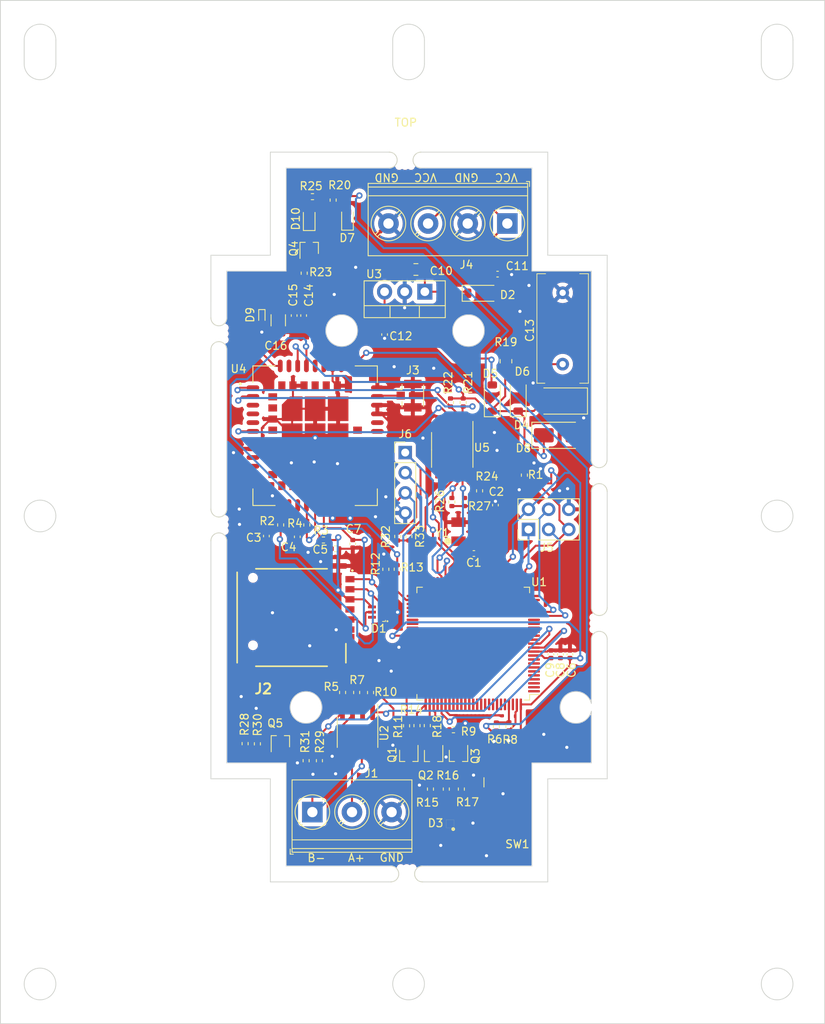
<source format=kicad_pcb>
(kicad_pcb (version 20221018) (generator pcbnew)
  (layers (0 "F.Cu" signal) (31 "B.Cu" signal) (34 "B.Paste" user) (35 "F.Paste" user) (36 "B.SilkS" user "B.Silkscreen") (37 "F.SilkS" user "F.Silkscreen") (38 "B.Mask" user) (39 "F.Mask" user) (44 "Edge.Cuts" user))
  (net 0 "")
  (net 1 "GND")
  (net 2 "SIM_DATA")
  (net 3 "SIM_CLK")
  (net 4 "SIM_RST")
  (net 5 "SIM_VDD")
  (net 6 "PWRSTATUS")
  (net 7 "Net-(D6-A)")
  (net 8 "Net-(D7-A)")
  (net 9 "Net-(J1-Pin_1)")
  (net 10 "Net-(J1-Pin_2)")
  (net 11 "RF_ANT")
  (net 12 "MISO")
  (net 13 "SCK")
  (net 14 "MOSI")
  (net 15 "RESET")
  (net 16 "CD")
  (net 17 "STATUS")
  (net 18 "LED_RED")
  (net 19 "LED_GREEN")
  (net 20 "LED_BLUE")
  (net 21 "VDD_EXT")
  (net 22 "SIM_RXD")
  (net 23 "SIM_TXD")
  (net 24 "UART1_RXD")
  (net 25 "UART1_TXD")
  (net 26 "Net-(Q1-B)")
  (net 27 "Net-(Q2-B)")
  (net 28 "SS")
  (net 29 "Net-(Q2-C)")
  (net 30 "Net-(Q3-B)")
  (net 31 "DTR_E")
  (net 32 "PWRKEY")
  (net 33 "Net-(Q3-C)")
  (net 37 "SIM_DTR")
  (net 64 "UART2_RXD")
  (net 65 "UART2_TXD")
  (net 66 "Net-(D2-A)")
  (net 70 "Net-(U1-XTAL1)")
  (net 71 "Net-(U1-XTAL2)")
  (net 72 "Net-(D1-IO1)")
  (net 73 "Net-(D1-IO2)")
  (net 74 "Net-(D1-IO3)")
  (net 76 "Net-(D3-BK)")
  (net 77 "Net-(D3-GK)")
  (net 78 "Net-(D3-RK)")
  (net 79 "SCL")
  (net 80 "Net-(D10-K)")
  (net 81 "Net-(D10-A)")
  (net 83 "Net-(Q1-C)")
  (net 84 "Net-(Q4-B)")
  (net 85 "Net-(U1-PF0)")
  (net 86 "Net-(U1-PA0)")
  (net 87 "Net-(U5-EN)")
  (net 115 "SDA")
  (net 116 "485-EN")
  (net 158 "VCC_5")
  (net 159 "VCC_12-24")
  (net 160 "VCC_3.6")
  (net 161 "SIM_PWRKEY")
  (net 166 "Net-(Q5-B)")
  (net 168 "Net-(D4-K)")
  (footprint "Capacitor_SMD:C_0402_1005Metric" (layer "F.Cu") (at 152.86 114.43 90)
    (fp_text reference "C6")
    (fp_text value "100nF")
  )
  (footprint "Connector_PinHeader_2.54mm:PinHeader_2x03_P2.54mm_Vertical" (layer "F.Cu") (at 147.63 98.7 90)
    (fp_text reference "J5")
    (fp_text value "AVR-ISP-6")
  )
  (footprint "Diode_SMD:D_SOD-123" (layer "F.Cu") (at 143.06 82.13 90)
    (fp_text reference "D5")
    (fp_text value "SS0540_R1_00001")
  )
  (footprint "Resistor_SMD:R_0402_1005Metric" (layer "F.Cu") (at 139.56 95.24 90)
    (fp_text reference "R27")
    (fp_text value "10K")
  )
  (footprint "Capacitor_SMD:C_0805_2012Metric" (layer "F.Cu") (at 133.425 65.925 180)
    (fp_text reference "C10")
    (fp_text value "330nF")
  )
  (footprint "Capacitor_SMD:C_0402_1005Metric" (layer "F.Cu") (at 129.475 74.125 -90)
    (fp_text reference "C12")
    (fp_text value "100nF")
  )
  (footprint "SIM8066611401A:SIM8066611401A" (layer "F.Cu") (at 117.73 109.8 -90)
    (fp_text reference "J2")
    (fp_text value "SIM8066-6-1-14-01-A" hide)
  )
  (footprint "Package_TO_SOT_SMD:SOT-323_SC-70" (layer "F.Cu") (at 132.53 127.22 -90)
    (fp_text reference "Q1")
    (fp_text value "BC847CW")
  )
  (footprint "Resistor_SMD:R_0402_1005Metric" (layer "F.Cu") (at 119.66 98.13 90)
    (fp_text reference "R4")
    (fp_text value "22")
  )
  (footprint "Capacitor_SMD:C_0402_1005Metric" (layer "F.Cu") (at 114.56 99.53 -90)
    (fp_text reference "C3")
    (fp_text value "33pF")
  )
  (footprint "Resistor_SMD:R_0402_1005Metric" (layer "F.Cu") (at 143.57 123.55 -90)
    (fp_text reference "R6")
    (fp_text value "10K")
  )
  (footprint "Panelization.pretty-master:mouse-bite-2mm-slot" (layer "F.Cu") (at 156.56 110.54 90)
    (fp_text reference "mouse-bite-2mm-slot" hide)
    (fp_text value "VAL**" hide)
  )
  (footprint "Resistor_SMD:R_0402_1005Metric" (layer "F.Cu") (at 132.25 123.45 -90)
    (fp_text reference "R11")
    (fp_text value "1K")
  )
  (footprint "SIM7080G:XCVR_SIM7080G" (layer "F.Cu") (at 120.71 86.88)
    (fp_text reference "U4")
    (fp_text value "SIM7080G")
  )
  (footprint "Panelization.pretty-master:mouse-bite-2mm-slot" (layer "F.Cu") (at 108.56 98.13 90)
    (fp_text reference "mouse-bite-2mm-slot" hide)
    (fp_text value "VAL**" hide)
  )
  (footprint "Panelization.pretty-master:mouse-bite-2mm-slot" (layer "F.Cu") (at 132.06 52.13 180)
    (fp_text reference "mouse-bite-2mm-slot" hide)
    (fp_text value "VAL**" hide)
  )
  (footprint "Resistor_SMD:R_0402_1005Metric" (layer "F.Cu") (at 139.385 82.6925 -90)
    (fp_text reference "R21")
    (fp_text value "10K")
  )
  (footprint "Resistor_SMD:R_0402_1005Metric" (layer "F.Cu") (at 116.36 98.13 90)
    (fp_text reference "R2")
    (fp_text value "22")
  )
  (footprint "Resistor_SMD:R_0402_1005Metric" (layer "F.Cu") (at 131.1325 99.58 90)
    (fp_text reference "R32")
    (fp_text value "10K")
  )
  (footprint "Capacitor_SMD:C_1206_3216Metric" (layer "F.Cu") (at 116.06 72.33 -90)
    (fp_text reference "C16")
    (fp_text value "100uF")
  )
  (footprint "Resistor_SMD:R_0402_1005Metric" (layer "F.Cu") (at 125.95 119.25 90)
    (fp_text reference "R7")
    (fp_text value "10K")
  )
  (footprint "Resistor_SMD:R_0402_1005Metric" (layer "F.Cu") (at 120.3725 56.7425)
    (fp_text reference "R25")
    (fp_text value "1K")
  )
  (footprint "Resistor_SMD:R_0402_1005Metric" (layer "F.Cu") (at 141.46 93.83 -90)
    (fp_text reference "R24")
    (fp_text value "200K")
  )
  (footprint "Resistor_SMD:R_0402_1005Metric" (layer "F.Cu") (at 127.7 119.26 90)
    (fp_text reference "R10")
    (fp_text value "10K")
  )
  (footprint "Diode_SMD:D_SOD-923" (layer "F.Cu") (at 113.99 71.84 -90)
    (fp_text reference "D9")
    (fp_text value "DF2S6.8FS,L3M")
  )
  (footprint "Capacitor_SMD:C_0402_1005Metric" (layer "F.Cu") (at 118.46 99.63 -90)
    (fp_text reference "C4")
    (fp_text value "33pF")
  )
  (footprint "Package_QFP:TQFP-100_14x14mm_P0.5mm" (layer "F.Cu") (at 140.66 113.0925 180)
    (fp_text reference "U1")
    (fp_text value "ATmega2560-16A")
  )
  (footprint "Diode_SMD:D_SOD-123" (layer "F.Cu") (at 141.625 68.925)
    (fp_text reference "D2")
    (fp_text value "SS0540_R1_00001")
  )
  (footprint "Package_TO_SOT_SMD:SOT-323_SC-70" (layer "F.Cu") (at 116.325 125.425 90)
    (fp_text reference "Q5")
    (fp_text value "BC847CW")
  )
  (footprint "SELF_MADE:TL3305AF260QG" (layer "F.Cu") (at 147.06 131.94 90)
    (fp_text reference "SW1")
    (fp_text value "TL3305AF260QG")
  )
  (footprint "Resistor_SMD:R_0402_1005Metric" (layer "F.Cu") (at 113.425 125.725 90)
    (fp_text reference "R30")
    (fp_text value "10K")
  )
  (footprint "Capacitor_SMD:C_0402_1005Metric" (layer "F.Cu") (at 118.06 71.73 -90)
    (fp_text reference "C15")
    (fp_text value "1uF")
  )
  (footprint "Resistor_SMD:R_0402_1005Metric" (layer "F.Cu") (at 134.86 123.43 -90)
    (fp_text reference "R18")
    (fp_text value "1K")
  )
  (footprint "Resistor_SMD:R_0402_1005Metric" (layer "F.Cu") (at 122.9825 57.1775 90)
    (fp_text reference "R20")
    (fp_text value "1K")
  )
  (footprint "Resistor_SMD:R_0402_1005Metric" (layer "F.Cu") (at 145.16 123.53 -90)
    (fp_text reference "R8")
    (fp_text value "47k")
  )
  (footprint "Capacitor_SMD:C_0402_1005Metric" (layer "F.Cu") (at 150.46 114.43 90)
    (fp_text reference "C9")
    (fp_text value "100nF")
  )
  (footprint "LED_SMD:LED_0603_1608Metric" (layer "F.Cu") (at 119.96 59.53 90)
    (fp_text reference "D10")
    (fp_text value "YELLOW")
  )
  (footprint "Capacitor_SMD:C_0402_1005Metric" (layer "F.Cu") (at 151.66 114.43 90)
    (fp_text reference "C8")
    (fp_text value "100nF")
  )
  (footprint "LED_SMD:LED_0603_1608Metric" (layer "F.Cu") (at 124.79 59.48 90)
    (fp_text reference "D7")
    (fp_text value "GREEN")
  )
  (footprint "SELF_MADE:Radial_D6.3mm_W13.6mm_P9.00mm" (layer "F.Cu") (at 148.79 80.16 90)
    (fp_text reference "C13")
    (fp_text value "0.47F SC")
  )
  (footprint "TerminalBlock_Phoenix:TerminalBlock_Phoenix_PT-1,5-3-5.0-H_1x03_P5.00mm_Horizontal" (layer "F.Cu") (at 120.36 134.33)
    (fp_text reference "J1")
    (fp_text value "Screw_Terminal_01x03")
  )
  (footprint "Resistor_SMD:R_0402_1005Metric" (layer "F.Cu") (at 137.96 95.24 90)
    (fp_text reference "R26")
    (fp_text value "10K")
  )
  (footprint "SELF_MADE:Oscillator_SMD_abm3b" (layer "F.Cu") (at 137.8975 97.18)
    (fp_text reference "Y1")
    (fp_text value "ABM3B-8.000MHZ-10-1-U-T")
  )
  (footprint "Capacitor_SMD:C_0402_1005Metric" (layer "F.Cu") (at 140.74 101.73 180)
    (fp_text reference "C1")
    (fp_text value "33pF")
  )
  (footprint "Resistor_SMD:R_0402_1005Metric" (layer "F.Cu") (at 121.76 100.03 180)
    (fp_text reference "R3")
    (fp_text value "22" hide)
  )
  (footprint "Panelization.pretty-master:mouse-bite-2mm-slot" (layer "F.Cu") (at 108.56 74.02 90)
    (fp_text reference "mouse-bite-2mm-slot" hide)
    (fp_text value "VAL**" hide)
  )
  (footprint "Resistor_SMD:R_0402_1005Metric" (layer "F.Cu") (at 137.26 131.43 -90)
    (fp_text reference "R16")
    (fp_text value "910")
  )
  (footprint "Diode_SMD:D_SMA" (layer "F.Cu") (at 151.56 86.83)
    (fp_text reference "D8")
    (fp_text value "GS1M-LTP")
  )
  (footprint "Panelization.pretty-master:mouse-bite-2mm-slot" (layer "F.Cu") (at 132.26 142.13 180)
    (fp_text reference "mouse-bite-2mm-slot" hide)
    (fp_text value "VAL**" hide)
  )
  (footprint "SELF_MADE:SOT323-6L" (layer "F.Cu") (at 128.83 109.195 180)
    (fp_text reference "D1")
    (fp_text value "ESDA6V1-5W6")
  )
  (footprint "Resistor_SMD:R_0402_1005Metric" (layer "F.Cu") (at 119.33 66.39 90)
    (fp_text reference "R23")
    (fp_text value "1K")
  )
  (footprint "Package_TO_SOT_SMD:SOT-323_SC-70" (layer "F.Cu") (at 135.66 127.23 -90)
    (fp_text reference "Q2")
    (fp_text value "BC847CW")
  )
  (footprint "Package_TO_SOT_SMD:SOT-323_SC-70" (layer "F.Cu") (at 119.96 63.23 90)
    (fp_text reference "Q4")
    (fp_text value "BC847CW")
  )
  (footprint "Diode_SMD:D_SOD-123" (layer "F.Cu") (at 146.33 82.12 90)
    (fp_text reference "D6")
    (fp_text value "SS0540_R1_00001")
  )
  (footprint "Connector_Coaxial:U.FL_Hirose_U.FL-R-SMT-1_Vertical" (layer "F.Cu") (at 132.56 81.83)
    (fp_text reference "J3")
    (fp_text value "Conn_Coaxial")
  )
  (footprint "Package_TO_SOT_SMD:SOT-323_SC-70" (layer "F.Cu") (at 138.8 127.22 -90)
    (fp_text reference "Q3")
    (fp_text value "BC847CW")
  )
  (footprint "Resistor_SMD:R_0805_2012Metric" (layer "F.Cu") (at 144.79 77.49 90)
    (fp_text reference "R19")
    (fp_text value "62")
  )
  (footprint "Resistor_SMD:R_0402_1005Metric" (layer "F.Cu") (at 124.175 119.25 90)
    (fp_text reference "R5")
    (fp_text value "10K")
  )
  (footprint "Resistor_SMD:R_0402_1005Metric" (layer "F.Cu") (at 129.63 103.72 -90)
    (fp_text reference "R13")
    (fp_text value "10K")
  )
  (footprint "Package_SO:SOIC-8_3.9x4.9mm_P1.27mm" (layer "F.Cu") (at 126.06 124.23 -90)
    (fp_text reference "U2")
    (fp_text value "SP485EN-L/TR")
  )
  (footprint "Resistor_SMD:R_0402_1005Metric" (layer "F.Cu") (at 119.575 127.85 90)
    (fp_text reference "R31")
    (fp_text value "10K")
  )
  (footprint "Connector_PinHeader_2.54mm:PinHeader_1x04_P2.54mm_Vertical" (layer "F.Cu") (at 132.075 89.005)
    (fp_text reference "J6")
    (fp_text value "Conn_01x04_Pin")
  )
  (footprint "Resistor_SMD:R_0402_1005Metric" (layer "F.Cu") (at 135.26 131.43 -90)
    (fp_text reference "R15")
    (fp_text value "680")
  )
  (footprint "Resistor_SMD:R_0402_1005Metric" (layer "F.Cu") (at 131.07 103.71 90)
    (fp_text reference "R12")
    (fp_text value "20K")
  )
  (footprint "LED_SMD_RGB:LED_RGB_1_1_mm" (layer "F.Cu") (at 137.73 135.79 180)
    (fp_text reference "D3")
    (fp_text value "UHD111A-FKA")
  )
  (footprint "Package_SO:TSSOP-14_4.4x5mm_P0.65mm" (layer "F.Cu") (at 138.01 88.67 -90)
    (fp_text reference "U5")
    (fp_text value "LSF0204PW-Q100J")
  )
  (footprint "Resistor_SMD:R_0402_1005Metric" (layer "F.Cu") (at 138.16 123.95)
    (fp_text reference "R9")
    (fp_text value "10K")
  )
  (footprint "Resistor_SMD:R_0402_1005Metric" (layer "F.Cu") (at 137.785 82.6925 -90)
    (fp_text reference "R22")
    (fp_text value "10K")
  )
  (footprint "Capacitor_SMD:C_0402_1005Metric" (layer "F.Cu") (at 143.46 95.63 -90)
    (fp_text reference "C2")
    (fp_text value "33pF")
  )
  (footprint "Resistor_SMD:R_0402_1005Metric" (layer "F.Cu") (at 133.56 123.43 -90)
    (fp_text reference "R14")
    (fp_text value "1K")
  )
  (footprint "Package_TO_SOT_THT:TO-220-3_Vertical" (layer "F.Cu") (at 134.55 68.725 180)
    (fp_text reference "U3")
    (fp_text value "L7805")
  )
  (footprint "TerminalBlock_Phoenix:TerminalBlock_Phoenix_PT-1,5-4-5.0-H_1x04_P5.00mm_Horizontal" (layer "F.Cu") (at 144.96 60.13 180)
    (fp_text reference "J4")
    (fp_text value "Screw_Terminal_01x04")
  )
  (footprint "Capacitor_SMD:C_0402_1005Metric" (layer "F.Cu") (at 143.73 66.51)
    (fp_text reference "C11")
    (fp_text value "100nF")
  )
  (footprint "Resistor_SMD:R_0402_1005Metric" (layer "F.Cu") (at 147.11 91.85 -90)
    (fp_text reference "R1")
    (fp_text value "10K")
  )
  (footprint "Diode_SMD:D_SMA" (layer "F.Cu") (at 151.56 82.505 180)
    (fp_text reference "D4")
    (fp_text value "GS1M-LTP")
  )
  (footprint "Capacitor_SMD:C_0402_1005Metric" (layer "F.Cu") (at 123.26 101.13)
    (fp_text reference "C5")
    (fp_text value "33pF")
  )
  (footprint "Resistor_SMD:R_0402_1005Metric" (layer "F.Cu") (at 111.875 125.7 -90)
    (fp_text reference "R28")
    (fp_text value "10K")
  )
  (footprint "Resistor_SMD:R_0402_1005Metric" (layer "F.Cu") (at 121.25 127.85 90)
    (fp_text reference "R29")
    (fp_text value "10K")
  )
  (footprint "Panelization.pretty-master:mouse-bite-2mm-slot" (layer "F.Cu") (at 156.54 91.91 90)
    (fp_text reference "mouse-bite-2mm-slot" hide)
    (fp_text value "VAL**" hide)
  )
  (footprint "Resistor_SMD:R_0402_1005Metric" (layer "F.Cu") (at 132.5425 99.575 90)
    (fp_text reference "R33")
    (fp_text value "10K")
  )
  (footprint "Capacitor_SMD:C_0402_1005Metric" (layer "F.Cu") (at 125.46 100.51 -90)
    (fp_text reference "C7")
    (fp_text value "100nF")
  )
  (footprint "Resistor_SMD:R_0402_1005Metric" (layer "F.Cu") (at 139.16 131.43 90)
    (fp_text reference "R17")
    (fp_text value "910")
  )
  (footprint "Capacitor_SMD:C_0402_1005Metric" (layer "F.Cu") (at 119.26 71.73 -90)
    (fp_text reference "C14")
    (fp_text value "100nF")
  )
  (gr_line (start 107.56 96.13) (end 107.559801 76.02) (stroke (width 0.1)) (layer "Edge.Cuts"))
  (gr_rect (start 81 32) (end 185 161) (stroke (width 0.1)) (fill none) (layer "Edge.Cuts"))
  (gr_line (start 107.559208 72.03) (end 107.56 64.13) (stroke (width 0.1)) (layer "Edge.Cuts"))
  (gr_circle (center 179 97) (end 181 97) (stroke (width 0.1)) (fill none) (layer "Edge.Cuts"))
  (gr_line (start 84 40) (end 84 37) (stroke (width 0.1)) (layer "Edge.Cuts"))
  (gr_line (start 148.06 53.13) (end 134.685 53.13) (stroke (width 0.1)) (layer "Edge.Cuts"))
  (gr_line (start 155.56 112.54) (end 155.56 120.63) (stroke (width 0.1)) (layer "Edge.Cuts"))
  (gr_arc (start 181 40) (mid 179 42) (end 177 40) (stroke (width 0.1)) (layer "Edge.Cuts"))
  (gr_arc (start 157.540049 89.91) (mid 156.545 90.910037) (end 155.540001 89.92) (stroke (width 0.1)) (layer "Edge.Cuts"))
  (gr_line (start 134.5 40) (end 134.5 37) (stroke (width 0.1)) (layer "Edge.Cuts"))
  (gr_line (start 148.06 66.13) (end 155.56 66.13) (stroke (width 0.1)) (layer "Edge.Cuts"))
  (gr_arc (start 130.26 141.13) (mid 131.26 142.13) (end 130.26 143.13) (stroke (width 0.1)) (layer "Edge.Cuts"))
  (gr_line (start 134.885 141.13) (end 148.06 141.13) (stroke (width 0.1)) (layer "Edge.Cuts"))
  (gr_line (start 155.56 66.13) (end 155.54 89.92) (stroke (width 0.1)) (layer "Edge.Cuts"))
  (gr_line (start 155.56 128.13) (end 155.56 121.62) (stroke (width 0.1)) (layer "Edge.Cuts"))
  (gr_line (start 157.540049 89.91) (end 157.56 64.13) (stroke (width 0.1)) (layer "Edge.Cuts"))
  (gr_arc (start 107.559801 76.02) (mid 108.570001 75.019851) (end 109.559999 76.04) (stroke (width 0.1)) (layer "Edge.Cuts"))
  (gr_arc (start 155.56 93.92) (mid 156.56 92.92) (end 157.56 93.92) (stroke (width 0.1)) (layer "Edge.Cuts"))
  (gr_arc (start 88 40) (mid 86 42) (end 84 40) (stroke (width 0.1)) (layer "Edge.Cuts"))
  (gr_line (start 134.26 143.13) (end 150.06 143.13) (stroke (width 0.1)) (layer "Edge.Cuts"))
  (gr_line (start 109.56 100.155) (end 109.56 128.13) (stroke (width 0.1)) (layer "Edge.Cuts"))
  (gr_line (start 155.56 128.13) (end 148.06 128.13) (stroke (width 0.1)) (layer "Edge.Cuts"))
  (gr_arc (start 107.56 100.13) (mid 108.572497 99.130078) (end 109.559688 100.154992) (stroke (width 0.1)) (layer "Edge.Cuts"))
  (gr_arc (start 157.560012 108.56) (mid 156.5575 109.560009) (end 155.56 108.555) (stroke (width 0.1)) (layer "Edge.Cuts"))
  (gr_line (start 130.26 143.13) (end 115.06 143.13) (stroke (width 0.1)) (layer "Edge.Cuts"))
  (gr_line (start 107.56 64.13) (end 115.06 64.13) (stroke (width 0.1)) (layer "Edge.Cuts"))
  (gr_line (start 117.06 66.13) (end 109.56 66.13) (stroke (width 0.1)) (layer "Edge.Cuts"))
  (gr_circle (center 119.56 121.13) (end 121.56 121.13) (stroke (width 0.1)) (fill none) (layer "Edge.Cuts"))
  (gr_line (start 107.56 130.13) (end 107.56 100.13) (stroke (width 0.1)) (layer "Edge.Cuts"))
  (gr_arc (start 134.5 40) (mid 132.5 42) (end 130.5 40) (stroke (width 0.1)) (layer "Edge.Cuts"))
  (gr_line (start 157.56 130.13) (end 157.56 112.54) (stroke (width 0.1)) (layer "Edge.Cuts"))
  (gr_line (start 134.26 141.13) (end 134.885 141.13) (stroke (width 0.1)) (layer "Edge.Cuts"))
  (gr_arc (start 109.56 96.13) (mid 108.56 97.13) (end 107.56 96.13) (stroke (width 0.1)) (layer "Edge.Cuts"))
  (gr_line (start 117.06 66.13) (end 117.06 53.13) (stroke (width 0.1)) (layer "Edge.Cuts"))
  (gr_line (start 88 40) (end 88 37) (stroke (width 0.1)) (layer "Edge.Cuts"))
  (gr_circle (center 86 97) (end 88 97) (stroke (width 0.1)) (fill none) (layer "Edge.Cuts"))
  (gr_circle (center 124.06 73.63) (end 126.06 73.63) (stroke (width 0.1)) (fill none) (layer "Edge.Cuts"))
  (gr_line (start 150.06 130.13) (end 150.06 143.13) (stroke (width 0.1)) (layer "Edge.Cuts"))
  (gr_line (start 134.685 53.13) (end 134.06 53.13) (stroke (width 0.1)) (layer "Edge.Cuts"))
  (gr_line (start 109.56 66.13) (end 109.56 72.005) (stroke (width 0.1)) (layer "Edge.Cuts"))
  (gr_circle (center 140.06 73.63) (end 142.06 73.63) (stroke (width 0.1)) (fill none) (layer "Edge.Cuts"))
  (gr_arc (start 155.559999 121.62) (mid 151.619082 121.134842) (end 155.557605 120.630617) (stroke (width 0.1)) (layer "Edge.Cuts"))
  (gr_line (start 150.06 51.13) (end 150.06 64.13) (stroke (width 0.1)) (layer "Edge.Cuts"))
  (gr_line (start 148.06 53.13) (end 148.06 66.13) (stroke (width 0.1)) (layer "Edge.Cuts"))
  (gr_line (start 115.06 64.13) (end 115.06 51.13) (stroke (width 0.1)) (layer "Edge.Cuts"))
  (gr_line (start 157.56 130.13) (end 150.06 130.13) (stroke (width 0.1)) (layer "Edge.Cuts"))
  (gr_line (start 115.06 143.13) (end 115.06 130.13) (stroke (width 0.1)) (layer "Edge.Cuts"))
  (gr_arc (start 84 37) (mid 86 35) (end 88 37) (stroke (width 0.1)) (layer "Edge.Cuts"))
  (gr_arc (start 130.5 37) (mid 132.5 35) (end 134.5 37) (stroke (width 0.1)) (layer "Edge.Cuts"))
  (gr_circle (center 179 156) (end 181 156) (stroke (width 0.1)) (fill none) (layer "Edge.Cuts"))
  (gr_arc (start 134.06 53.13) (mid 133.06 52.13) (end 134.06 51.13) (stroke (width 0.1)) (layer "Edge.Cuts"))
  (gr_line (start 109.559999 76.04) (end 109.56 96.13) (stroke (width 0.1)) (layer "Edge.Cuts"))
  (gr_arc (start 109.56 72.005) (mid 108.572261 73.030474) (end 107.559208 72.03) (stroke (width 0.1)) (layer "Edge.Cuts"))
  (gr_arc (start 134.26 143.13) (mid 133.26 142.13) (end 134.26 141.13) (stroke (width 0.1)) (layer "Edge.Cuts"))
  (gr_line (start 130.035 53.13) (end 117.06 53.13) (stroke (width 0.1)) (layer "Edge.Cuts"))
  (gr_line (start 177 40) (end 177 37) (stroke (width 0.1)) (layer "Edge.Cuts"))
  (gr_line (start 115.06 51.13) (end 130.06 51.129688) (stroke (width 0.1)) (layer "Edge.Cuts"))
  (gr_arc (start 177 37) (mid 179 35) (end 181 37) (stroke (width 0.1)) (layer "Edge.Cuts"))
  (gr_arc (start 130.06 51.129688) (mid 131.060234 52.142501) (end 130.035 53.13) (stroke (width 0.1)) (layer "Edge.Cuts"))
  (gr_line (start 157.56 93.92) (end 157.560012 108.56) (stroke (width 0.1)) (layer "Edge.Cuts"))
  (gr_line (start 117.06 128.13) (end 109.56 128.13) (stroke (width 0.1)) (layer "Edge.Cuts"))
  (gr_circle (center 132.5 156) (end 134.5 156) (stroke (width 0.1)) (fill none) (layer "Edge.Cuts"))
  (gr_line (start 117.06 141.13) (end 117.06 128.13) (stroke (width 0.1)) (layer "Edge.Cuts"))
  (gr_line (start 155.56 108.555) (end 155.56 93.92) (stroke (width 0.1)) (layer "Edge.Cuts"))
  (gr_line (start 130.5 40) (end 130.5 37) (stroke (width 0.1)) (layer "Edge.Cuts"))
  (gr_line (start 150.06 64.13) (end 157.56 64.13) (stroke (width 0.1)) (layer "Edge.Cuts"))
  (gr_line (start 117.06 141.13) (end 130.26 141.13) (stroke (width 0.1)) (layer "Edge.Cuts"))
  (gr_line (start 148.06 141.13) (end 148.06 128.13) (stroke (width 0.1)) (layer "Edge.Cuts"))
  (gr_circle (center 86 156) (end 88 156) (stroke (width 0.1)) (fill none) (layer "Edge.Cuts"))
  (gr_line (start 181 40) (end 181 37) (stroke (width 0.1)) (layer "Edge.Cuts"))
  (gr_line (start 134.06 51.13) (end 150.06 51.13) (stroke (width 0.1)) (layer "Edge.Cuts"))
  (gr_line (start 115.06 130.13) (end 107.56 130.13) (stroke (width 0.1)) (layer "Edge.Cuts"))
  (gr_arc (start 155.56 112.54) (mid 156.56 111.54) (end 157.56 112.54) (stroke (width 0.1)) (layer "Edge.Cuts"))
  (gr_text "VCC" (at 136.16 53.72 180) (layer "F.SilkS") (effects (font (size 1 1)) (justify left bottom)))
  (gr_text "A+" (at 124.7675 140.68) (layer "F.SilkS") (effects (font (size 1 1)) (justify left bottom)))
  (gr_text "GND" (at 131.36 53.73 180) (layer "F.SilkS") (effects (font (size 1 1)) (justify left bottom)))
  (gr_text "B-" (at 119.6525 140.695) (layer "F.SilkS") (effects (font (size 1 1)) (justify left bottom)))
  (gr_text "GND" (at 141.43 53.72 180) (layer "F.SilkS") (effects (font (size 1 1)) (justify left bottom)))
  (gr_text "GND" (at 128.755 140.6675) (layer "F.SilkS") (effects (font (size 1 1)) (justify left bottom)))
  (gr_text "VCC" (at 146.36 53.73 180) (layer "F.SilkS") (effects (font (size 1 1)) (justify left bottom)))
  (gr_text "TOP" (at 130.65 47.98) (layer "F.SilkS") (effects (font (size 1 1)) (justify left bottom)))
  (segment (start 116.465 73.805) (end 118.06 72.21) (width 0.25) (layer "F.Cu") (net 1))
  (segment (start 131.28 113.55) (end 131.28 113.506815) (width 0.25) (layer "F.Cu") (net 1))
  (segment (start 129.78 109.12) (end 131.1 109.12) (width 0.25) (layer "F.Cu") (net 1))
  (segment (start 145.99 121.7425) (end 146.16 121.5725) (width 0.25) (layer "F.Cu") (net 1))
  (segment (start 113.36 88.53) (end 113.985 87.905) (width 0.25) (layer "F.Cu") (net 1))
  (segment (start 113.985 85.905) (end 115.11 84.78) (width 0.25) (layer "F.Cu") (net 1))
  (segment (start 115.32 94.69) (end 115.32 94.4575) (width 0.25) (layer "F.Cu") (net 1))
  (segment (start 118.47 128.125) (end 118.47 127.555) (width 0.25) (layer "F.Cu") (net 1))
  (segment (start 145.99 123.21) (end 145.99 121.7425) (width 0.25) (layer "F.Cu") (net 1))
  (segment (start 122.9175 95.6875) (end 122.91 95.68) (width 0.25) (layer "F.Cu") (net 1))
  (segment (start 146.16 121.5725) (end 146.16 120.755) (width 0.25) (layer "F.Cu") (net 1))
  (segment (start 131.1 109.12) (end 131.11 109.13) (width 0.25) (layer "F.Cu") (net 1))
  (segment (start 113.985 87.905) (end 113.985 85.905) (width 0.25) (layer "F.Cu") (net 1))
  (segment (start 128.56 84.13) (end 128.56 83.03) (width 0.25) (layer "F.Cu") (net 1))
  (segment (start 137.2275 127.1425) (end 138.15 126.22) (width 0.25) (layer "F.Cu") (net 1))
  (segment (start 113.995 73.805) (end 116.465 73.805) (width 0.25) (layer "F.Cu") (net 1))
  (segment (start 125.11 97.2505) (end 125.11 95.68) (width 0.25) (layer "F.Cu") (net 1))
  (segment (start 145.1525 125.3225) (end 145.1525 124.0475) (width 0.25) (layer "F.Cu") (net 1))
  (segment (start 119.31 80.58) (end 117.91 80.58) (width 0.25) (layer "F.Cu") (net 1))
  (segment (start 125.1 111.32) (end 123.39 111.32) (width 0.25) (layer "F.Cu") (net 1))
  (segment (start 117.34 126.425) (end 116.975 126.425) (width 0.25) (layer "F.Cu") (net 1))
  (segment (start 143.46 95.15) (end 143.467609 95.15) (width 0.25) (layer "F.Cu") (net 1))
  (segment (start 122.91 79.98) (end 122.91 78.08) (width 0.25) (layer "F.Cu") (net 1))
  (segment (start 116.31 95.68) (end 115.32 94.69) (width 0.25) (layer "F.Cu") (net 1))
  (segment (start 138.67 123.95) (end 138.84 123.95) (width 0.25) (layer "F.Cu") (net 1))
  (segment (start 123.74 101.13) (end 125.32 101.13) (width 0.25) (layer "F.Cu") (net 1))
  (segment (start 123.4075 90.28) (end 120.71 90.28) (width 0.25) (layer "F.Cu") (net 1))
  (segment (start 123.51 80.58) (end 122.91 79.98) (width 0.25) (layer "F.Cu") (net 1))
  (segment (start 145.06 101.428896) (end 143.66 102.828896) (width 0.25) (layer "F.Cu") (net 1))
  (segment (start 132 70.75) (end 132.01 70.74) (width 0.25) (layer "F.Cu") (net 1))
  (segment (start 144.265 66.565) (end 144.21 66.51) (width 0.25) (layer "F.Cu") (net 1))
  (segment (start 123.61 86.88) (end 123.61 83.48) (width 0.25) (layer "F.Cu") (net 1))
  (segment (start 145.5 66.565) (end 144.265 66.565) (width 0.25) (layer "F.Cu") (net 1))
  (segment (start 120.48 90.2975) (end 120.59 90.1875) (width 0.25) (layer "F.Cu") (net 1))
  (segment (start 143.467609 95.15) (end 145.06 96.742391) (width 0.25) (layer "F.Cu") (net 1))
  (segment (start 117.81 86.88) (end 117.81 90.28) (width 0.25) (layer "F.Cu") (net 1))
  (segment (start 120.71 87.1545) (end 120.71 90.28) (width 0.25) (layer "F.Cu") (net 1))
  (segment (start 128.56 84.13) (end 129.06 84.13) (width 0.25) (layer "F.Cu") (net 1))
  (segment (start 117.81 83.48) (end 117.81 86.88) (width 0.25) (layer "F.Cu") (net 1))
  (segment (start 145.1525 124.0475) (end 145.99 123.21) (width 0.25) (layer "F.Cu") (net 1))
  (segment (start 123.53 90.4025) (end 123.4075 90.28) (width 0.25) (layer "F.Cu") (net 1))
  (segment (start 134.6875 87.18) (end 136.06 85.8075) (width 0.25) (layer "F.Cu") (net 1))
  (segment (start 137.16 120.755) (end 137.16 121.558185) (width 0.25) (layer "F.Cu") (net 1))
  (segment (start 123.53 90.4025) (end 123.61 90.3225) (width 0.25) (layer "F.Cu") (net 1))
  (segment (start 132.194315 112.5925) (end 132.9975 112.5925) (width 0.25) (layer "F.Cu") (net 1))
  (segment (start 150.46 113.95) (end 151.56 113.95) (width 0.25) (layer "F.Cu") (net 1))
  (segment (start 115.71 84.78) (end 117.81 86.88) (width 0.25) (layer "F.Cu") (net 1))
  (segment (start 132.01 68.725) (end 131.975 68.725) (width 0.25) (layer "F.Cu") (net 1))
  (segment (start 150.46 113.95) (end 150.128787 113.95) (width 0.25) (layer "F.Cu") (net 1))
  (segment (start 132.01 70.74) (end 132.01 68.725) (width 0.25) (layer "F.Cu") (net 1))
  (segment (start 113.98 73.82) (end 113.995 73.805) (width 0.25) (layer "F.Cu") (net 1))
  (segment (start 138.63 122.1) (end 139.66 123.13) (width 0.25) (layer "F.Cu") (net 1))
  (segment (start 125.32 101.13) (end 125.46 100.99) (width 0.25) (layer "F.Cu") (net 1))
  (segment (start 110.8925 88.53) (end 113.36 88.53) (width 0.25) (layer "F.Cu") (net 1))
  (segment (start 128.56 87.43) (end 130.66 87.43) (width 0.25) (layer "F.Cu") (net 1))
  (segment (start 122.91 78.08) (end 121.81 78.08) (width 0.25) (layer "F.Cu") (net 1))
  (segment (start 115.11 84.78) (end 115.36 84.78) (width 0.25) (layer "F.Cu") (net 1))
  (segment (start 122.86 127.295) (end 123.565 127.295) (width 0.25) (layer "F.Cu") (net 1))
  (segment (start 131.28 113.506815) (end 132.194315 112.5925) (width 0.25) (layer "F.Cu") (net 1))
  (segment (start 150.128787 113.95) (end 149.986287 114.0925) (width 0.25) (layer "F.Cu") (net 1))
  (segment (start 151.66 113.95) (end 152.86 113.95) (width 0.25) (layer "F.Cu") (net 1))
  (segment (start 117.91 80.58) (end 117.91 83.38) (width 0.25) (layer "F.Cu") (net 1))
  (segment (start 117.7125 90.2975) (end 120.48 90.2975) (width 0.25) (layer "F.Cu") (net 1))
  (segment (start 123.565 127.295) (end 124.155 126.705) (width 0.25) (layer "F.Cu") (net 1))
  (segment (start 130.66 85.73) (end 130.66 87.43) (width 0.25) (layer "F.Cu") (net 1))
  (segment (start 110.41 89.0125) (end 110.8925 88.53) (width 0.25) (layer "F.Cu") (net 1))
  (segment (start 138.84 123.95) (end 139.66 123.13) (width 0.25) (layer "F.Cu") (net 1))
  (segment (start 123.39 111.32) (end 123.365 111.345) (width 0.25) (layer "F.Cu") (net 1))
  (segment (start 120.71 83.48) (end 117.81 83.48) (width 0.25) (layer "F.Cu") (net 1))
  (segment (start 118.07 72.2) (end 119.254005 72.2) (width 0.25) (layer "F.Cu") (net 1))
  (segment (start 149.986287 114.0925) (end 148.3225 114.0925) (width 0.25) (layer "F.Cu") (net 1))
  (segment (start 129.06 84.13) (end 130.66 85.73) (width 0.25) (layer "F.Cu") (net 1))
  (segment (start 118.06 72.21) (end 118.07 72.2) (width 0.25) (layer "F.Cu") (net 1))
  (segment (start 123.61 90.3225) (end 123.61 86.88) (width 0.25) (layer "F.Cu") (net 1))
  (segment (start 137.701815 122.1) (end 138.63 122.1) (width 0.25) (layer "F.Cu") (net 1))
  (segment (start 113.98 73.82) (end 113.98 72.2975) (width 0.25) (layer "F.Cu") (net 1))
  (segment (start 115.36 84.78) (end 115.71 84.78) (width 0.25) (layer "F.Cu") (net 1))
  (segment (start 122.9175 97.2655) (end 122.9175 95.6875) (width 0.25) (layer "F.Cu") (net 1))
  (segment (start 125.125 97.2655) (end 125.11 97.2505) (width 0.25) (layer "F.Cu") (net 1))
  (segment (start 123.61 83.48) (end 120.71 83.48) (width 0.25) (layer "F.Cu") (net 1))
  (segment (start 143.66 102.828896) (end 143.66 105.43) (width 0.25) (layer "F.Cu") (net 1))
  (segment (start 137.16 121.558185) (end 137.701815 122.1) (width 0.25) (layer "F.Cu") (net 1))
  (segment (start 134.31 87.18) (end 134.6875 87.18) (width 0.25) (layer "F.Cu") (net 1))
  (segment (start 117.91 83.38) (end 117.81 83.48) (width 0.25) (layer "F.Cu") (net 1))
  (segment (start 137.2275 127.385) (end 137.2275 127.1425) (width 0.25) (layer "F.Cu") (net 1))
  (segment (start 118.47 127.555) (end 117.34 126.425) (width 0.25) (layer "F.Cu") (net 1))
  (segment (start 116.51 84.78) (end 117.81 83.48) (width 0.25) (layer "F.Cu") (net 1))
  (segment (start 145.06 96.742391) (end 145.06 101.428896) (width 0.25) (layer "F.Cu") (net 1))
  (segment (start 115.36 84.78) (end 116.51 84.78) (width 0.25) (layer "F.Cu") (net 1))
  (via (at 123.12 69.0725) (size 0.8) (drill 0.4) (layers "F.Cu" "B.Cu") (net 1))
  (via (at 146.55 71.2075) (size 0.8) (drill 0.4) (layers "F.Cu" "B.Cu") (net 1))
  (via (at 118.47 128.125) (size 0.8) (drill 0.4) (layers "F.Cu" "B.Cu") (net 1))
  (via (at 136.56 138.53) (size 0.8) (drill 0.4) (layers "F.Cu" "B.Cu") (net 1))
  (via (at 135.6725 78.375) (size 0.8) (drill 0.4) (layers "F.Cu" "B.Cu") (net 1))
  (via (at 120.435 129.5625) (size 0.8) (drill 0.4) (layers "F.Cu" "B.Cu") (net 1))
  (via (at 148.2125 80.23) (size 0.8) (drill 0.4) (layers "F.Cu" "B.Cu") (net 1))
  (via (at 110.41 89.0125) (size 0.8) (drill 0.4) (layers "F.Cu" "B.Cu") (net 1))
  (via (at 113.98 73.82) (size 0.8) (drill 0.4) (layers "F.Cu" "B.Cu") (net 1))
  (via (at 130.3075 116.5575) (size 0.8) (drill 0.4) (layers "F.Cu" "B.Cu") (net 1))
  (via (at 121.4 102.7525) (size 0.8) (drill 0.4) (layers "F.Cu" "B.Cu") (net 1))
  (via (at 132 70.75) (size 0.8) (drill 0.4) (layers "F.Cu" "B.Cu") (net 1))
  (via (at 130.515 125.895) (size 0.8) (drill 0.4) (layers "F.Cu" "B.Cu") (net 1))
  (via (at 137.2275 127.385) (size 0.8) (drill 0.4) (layers "F.Cu" "B.Cu") (net 1))
  (via (at 143.33 86.475) (size 0.8) (drill 0.4) (layers "F.Cu" "B.Cu") (net 1))
  (via (at 123.295 129.5) (size 0.8) (drill 0.4) (layers "F.Cu" "B.Cu") (net 1))
  (via (at 123.365 111.345) (size 0.8) (drill 0.4) (layers "F.Cu" "B.Cu") (net 1))
  (via (at 131.11 109.13) (size 0.8) (drill 0.4) (layers "F.Cu" "B.Cu") (net 1))
  (via (at 140.695 129.6675) (size 0.8) (drill 0.4) (layers "F.Cu" "B.Cu") (net 1))
  (via (at 143.66 88.73) (size 0.8) (drill 0.4) (layers "F.Cu" "B.Cu") (net 1))
  (via (at 129.63 94.5775) (size 0.8) (drill 0.4) (layers "F.Cu" "B.Cu") (net 1))
  (via (at 117.7125 90.2975) (size 0.8) (drill 0.4) (layers "F.Cu" "B.Cu") (net 1))
  (via (at 111.1675 98.06) (size 0.8) (drill 0.4) (layers "F.Cu" "B.Cu") (net 1))
  (via (at 152.465 126.1675) (size 0.8) (drill 0.4) (layers "F.Cu" "B.Cu") (net 1))
  (via (at 125.125 97.2655) (size 0.8) (drill 0.4) (layers "F.Cu" "B.Cu") (net 1))
  (via (at 115.32 94.4575) (size 0.8) (drill 0.4) (layers "F.Cu" "B.Cu") (net 1))
  (via (at 154.59 84.635) (size 0.8) (drill 0.4) (layers "F.Cu" "B.Cu") (net 1))
  (via (at 143.46 95.15) (size 0.8) (drill 0.4) (layers "F.Cu" "B.Cu") (net 1))
  (via (at 151.5475 93.8175) (size 0.8) (drill 0.4) (layers "F.Cu" "B.Cu") (net 1))
  (via (at 142.3275 139.8275) (size 0.8) (drill 0.4) (layers "F.Cu" "B.Cu") (net 1))
  (via (at 146.46 93.69) (size 0.8) (drill 0.4) (layers "F.Cu" "B.Cu") (net 1))
  (via (at 140.6225 135.7175) (size 0.8) (drill 0.4) (layers "F.Cu" "B.Cu") (net 1))
  (via (at 128.77 115.23) (size 0.8) (drill 0.4) (layers "F.Cu" "B.Cu") (net 1))
  (via (at 139.66 123.13) (size 0.8) (drill 0.4) (layers "F.Cu" "B.Cu") (net 1))
  (via (at 147.69 67.935) (size 0.8) (drill 0.4) (layers "F.Cu" "B.Cu") (net 1))
  (via (at 125.825 65.65) (size 0.8) (drill 0.4) (layers "F.Cu" "B.Cu") (net 1))
  (via (at 120.025 113.3625) (size 0.8) (drill 0.4) (layers "F.Cu" "B.Cu") (net 1))
  (via (at 130.6775 78.18) (size 0.8) (drill 0.4) (layers "F.Cu" "B.Cu") (net 1))
  (via (at 129.37 101.8025) (size 0.8) (drill 0.4) (layers "F.Cu" "B.Cu") (net 1))
  (via (at 122.86 127.295) (size 0.8) (drill 0.4) (layers "F.Cu" "B.Cu") (net 1))
  (via (at 148.325 90.3125) (size 0.8) (drill 0.4) (layers "F.Cu" "B.Cu") (net 1))
  (via (at 120.59 90.1875) (size 0.8) (drill 0.4) (layers "F.Cu" "B.Cu") (net 1))
  (via (at 113.275 121.25) (size 0.8) (drill 0.4) (layers "F.Cu" "B.Cu") (net 1))
  (via (at 123.53 90.4025) (size 0.8) (drill 0.4) (layers "F.Cu" "B.Cu") (net 1))
  (via (at 120.71 87.1545) (size 0.8) (drill 0.4) (layers "F.Cu" "B.Cu") (net 1))
  (via (at 111.1375 96.1325) (size 0.8) (drill 0.4) (layers "F.Cu" "B.Cu") (net 1))
  (via (at 111.38 119.765) (size 0.8) (drill 0.4) (layers "F.Cu" "B.Cu") (net 1))
  (via (at 122.9175 97.2655) (size 0.8) (drill 0.4) (layers "F.Cu" "B.Cu") (net 1))
  (via (at 143.29 125.41) (size 0.8) (drill 0.4) (layers "F.Cu" "B.Cu") (net 1))
  (via (at 128.325 97.0925) (size 0.8) (drill 0.4) (layers "F.Cu" "B.Cu") (net 1))
  (via (at 152.56 93.56) (size 0.8) (drill 0.4) (layers "F.Cu" "B.Cu") (net 1))
  (via (at 145.1525 125.3225) (size 0.8) (drill 0.4) (layers "F.Cu" "B.Cu") (net 1))
  (via (at 134.31 87.18) (size 0.8) (drill 0.4) (layers "F.Cu" "B.Cu") (net 1))
  (via (at 149.56 124.53) (size 0.8) (drill 0.4) (layers "F.Cu" "B.Cu") (net 1))
  (via (at 133.8675 130.9325) (size 0.8) (drill 0.4) (layers "F.Cu" "B.Cu") (net 1))
  (via (at 145.5 66.565) (size 0.8) (drill 0.4) (layers "F.Cu" "B.Cu") (net 1))
  (via (at 129.475 74.605) (size 0.8) (drill 0.4) (layers "F.Cu" "B.Cu") (net 1))
  (via (at 144.415 132.0175) (size 0.8) (drill 0.4) (layers "F.Cu" "B.Cu") (net 1))
  (via (at 131.28 113.55) (size 0.8) (drill 0.4) (layers "F.Cu" "B.Cu") (net 1))
  (via (at 149.1475 91.0425) (size 0.8) (drill 0.4) (layers "F.Cu" "B.Cu") (net 1))
  (via (at 119.82 101.5825) (size 0.8) (drill 0.4) (layers "F.Cu" "B.Cu") (net 1))
  (via (at 115.3275 109.2) (size 0.8) (drill 0.4) (layers "F.Cu" "B.Cu") (net 1))
  (segment (start 145.06 93.55) (end 145.06 90.13) (width 0.25) (layer "B.Cu") (net 1))
  (segment (start 145.06 90.13) (end 143.66 88.73) (width 0.25) (layer "B.Cu") (net 1))
  (segment (start 132.075 96.625) (end 130.0275 94.5775) (width 0.25) (layer "B.Cu") (net 1))
  (segment (start 141.06 124.53) (end 139.66 123.13) (width 0.25) (layer "B.Cu") (net 1))
  (segment (start 152.71 96.16) (end 152.71 93.71) (width 0.25) (layer "B.Cu") (net 1))
  (segment (start 149.56 124.53) (end 141.06 124.53) (width 0.25) (layer "B.Cu") (net 1))
  (segment (start 152.71 93.71) (end 152.56 93.56) (width 0.25) (layer "B.Cu") (net 1))
  (segment (start 130.0275 94.5775) (end 129.63 94.5775) (width 0.25) (layer "B.Cu") (net 1))
  (segment (start 143.46 95.15) (end 145.06 93.55) (width 0.25) (layer "B.Cu") (net 1))
  (segment (start 115.99 97.62) (end 114.56 99.05) (width 0.25) (layer "F.Cu") (net 2))
  (segment (start 117.07 97.62) (end 116.36 97.62) (width 0.25) (layer "F.Cu") (net 2))
  (segment (start 118.51 96.18) (end 117.07 97.62) (width 0.25) (layer "F.Cu") (net 2))
  (segment (start 116.36 97.62) (end 115.99 97.62) (width 0.25) (layer "F.Cu") (net 2))
  (segment (start 118.51 95.68) (end 118.51 96.18) (width 0.25) (layer "F.Cu") (net 2))
  (segment (start 118.46 99.15) (end 118.46 97.68) (width 0.25) (layer "F.Cu") (net 3))
  (segment (start 119.6 97.68) (end 119.66 97.62) (width 0.25) (layer "F.Cu") (net 3))
  (segment (start 118.46 97.68) (end 119.6 97.68) (width 0.25) (layer "F.Cu") (net 3))
  (segment (start 119.66 97.62) (end 119.66 95.73) (width 0.25) (layer "F.Cu") (net 3))
  (segment (start 119.66 95.73) (end 119.61 95.68) (width 0.25) (layer "F.Cu") (net 3))
  (segment (start 121.25 100.03) (end 121.25 99.32) (width 0.25) (layer "F.Cu") (net 4))
  (segment (start 121.25 99.32) (end 120.71 98.78) (width 0.25) (layer "F.Cu") (net 4))
  (segment (start 121.9 101.13) (end 121.25 100.48) (width 0.25) (layer "F.Cu") (net 4))
  (segment (start 120.71 98.78) (end 120.71 95.68) (width 0.25) (layer "F.Cu") (net 4))
  (segment (start 122.78 101.13) (end 121.9 101.13) (width 0.25) (layer "F.Cu") (net 4))
  (segment (start 121.25 100.48) (end 121.25 100.03) (width 0.25) (layer "F.Cu") (net 4))
  (segment (start 125.48 100.01) (end 125.46 100.03) (width 0.25) (layer "F.Cu") (net 5))
  (segment (start 121.86 98.53) (end 121.81 98.48) (width 0.25) (layer "F.Cu") (net 5))
  (segment (start 127.205 109.12) (end 127.88 109.12) (width 0.25) (layer "F.Cu") (net 5))
  (segment (start 121.81 98.48) (end 121.81 95.68) (width 0.25) (layer "F.Cu") (net 5))
  (segment (start 127.055 111.135) (end 127.055 109.27) (width 0.25) (layer "F.Cu") (net 5))
  (segment (start 127.09 111.17) (end 127.055 111.135) (width 0.25) (layer "F.Cu") (net 5))
  (segment (start 125.97 110.05) (end 125.1 110.05) (width 0.25) (layer "F.Cu") (net 5))
  (segment (start 123.96 98.53) (end 121.86 98.53) (width 0.25) (layer "F.Cu") (net 5))
  (segment (start 127.055 109.27) (end 127.205 109.12) (width 0.25) (layer "F.Cu") (net 5))
  (segment (start 126.96 100.01) (end 125.48 100.01) (width 0.25) (layer "F.Cu") (net 5))
  (segment (start 127.09 111.17) (end 125.97 110.05) (width 0.25) (layer "F.Cu") (net 5))
  (segment (start 125.46 100.03) (end 123.96 98.53) (width 0.25) (layer "F.Cu") (net 5))
  (via (at 127.09 111.17) (size 0.8) (drill 0.4) (layers "F.Cu" "B.Cu") (net 5))
  (via (at 126.96 100.01) (size 0.8) (drill 0.4) (layers "F.Cu" "B.Cu") (net 5))
  (segment (start 127.09 111.17) (end 126.86 110.94) (width 0.25) (layer "B.Cu") (net 5))
  (segment (start 126.86 110.94) (end 126.86 100.11) (width 0.25) (layer "B.Cu") (net 5))
  (segment (start 126.86 100.11) (end 126.96 100.01) (width 0.25) (layer "B.Cu") (net 5))
  (segment (start 142.9595 77.3) (end 142.9595 80.6295) (width 0.25) (layer "F.Cu") (net 6))
  (segment (start 143.57 124.06) (end 142.88 124.06) (width 0.25) (layer "F.Cu") (net 6))
  (segment (start 138.275 77.15) (end 133.065 71.94) (width 0.25) (layer "F.Cu") (net 6))
  (segment (start 129.475 71.945) (end 129.47 71.94) (width 0.25) (layer "F.Cu") (net 6))
  (segment (start 129.475 73.645) (end 129.475 71.945) (width 0.25) (layer "F.Cu") (net 6))
  (segment (start 133.065 71.94) (end 129.47 71.94) (width 0.25) (layer "F.Cu") (net 6))
  (segment (start 142.9595 77.3) (end 142.8095 77.15) (width 0.25) (layer "F.Cu") (net 6))
  (segment (start 142.8095 77.15) (end 138.275 77.15) (width 0.25) (layer "F.Cu") (net 6))
  (segment (start 129.47 71.94) (end 129.47 68.725) (width 0.25) (layer "F.Cu") (net 6))
  (segment (start 142.88 124.06) (end 142.29 123.47) (width 0.25) (layer "F.Cu") (net 6))
  (via (at 142.9595 77.3) (size 0.8) (drill 0.4) (layers "F.Cu" "B.Cu") (net 6))
  (via (at 142.29 123.47) (size 0.8) (drill 0.4) (layers "F.Cu" "B.Cu") (net 6))
  (segment (start 154.99 90.96) (end 142.9595 78.9295) (width 0.25) (layer "B.Cu") (net 6))
  (segment (start 153.82 115.99) (end 154.43 115.99) (width 0.25) (layer "B.Cu") (net 6))
  (segment (start 154.43 115.99) (end 154.99 115.43) (width 0.25) (layer "B.Cu") (net 6))
  (segment (start 142.53 123.23) (end 146.58 123.23) (width 0.25) (layer "B.Cu") (net 6))
  (segment (start 142.9595 78.9295) (end 142.9595 77.3) (width 0.25) (layer "B.Cu") (net 6))
  (segment (start 142.29 123.47) (end 142.53 123.23) (width 0.25) (layer "B.Cu") (net 6))
  (segment (start 154.99 115.43) (end 154.99 90.96) (width 0.25) (layer "B.Cu") (net 6))
  (segment (start 146.58 123.23) (end 153.82 115.99) (width 0.25) (layer "B.Cu") (net 6))
  (segment (start 146.16 77.9475) (end 144.79 76.5775) (width 0.25) (layer "F.Cu") (net 7))
  (segment (start 146.16 77.9475) (end 146.16 80.3) (width 0.25) (layer "F.Cu") (net 7))
  (segment (start 146.16 80.3) (end 146.33 80.47) (width 0.25) (layer "F.Cu") (net 7))
  (segment (start 148.88 77.92) (end 146.33 80.47) (width 0.25) (layer "F.Cu") (net 7))
  (segment (start 148.88 77.86) (end 151.94 77.86) (width 0.25) (layer "F.Cu") (net 7))
  (segment (start 148.88 77.86) (end 148.88 77.92) (width 0.25) (layer "F.Cu") (net 7))
  (segment (start 124.79 58.6925) (end 123.9875 58.6925) (width 0.25) (layer "F.Cu") (net 8))
  (segment (start 123.9875 58.6925) (end 122.9825 57.6875) (width 0.25) (layer "F.Cu") (net 8))
  (segment (start 111.875 126.21) (end 113.19 127.525) (width 0.25) (layer "F.Cu") (net 9))
  (segment (start 126.6 128.55) (end 126.6 126.8) (width 0.25) (layer "F.Cu") (net 9))
  (segment (start 117.575 127.525) (end 117.575 129.175) (width 0.25) (layer "F.Cu") (net 9))
  (segment (start 113.19 127.525) (end 117.575 127.525) (width 0.25) (layer "F.Cu") (net 9))
  (segment (start 117.575 129.175) (end 120.36 131.96) (width 0.25) (layer "F.Cu") (net 9))
  (segment (start 120.36 131.96) (end 120.36 134.33) (width 0.25) (layer "F.Cu") (net 9))
  (segment (start 126.6 126.8) (end 126.695 126.705) (width 0.25) (layer "F.Cu") (net 9))
  (via (at 126.6 128.55) (size 0.8) (drill 0.4) (layers "F.Cu" "B.Cu") (net 9))
  (segment (start 120.82 134.33) (end 126.6 128.55) (width 0.25) (layer "B.Cu") (net 9))
  (segment (start 120.36 134.33) (end 120.82 134.33) (width 0.25) (layer "B.Cu") (net 9))
  (segment (start 125.36 134.33) (end 125.36 128.5) (width 0.25) (layer "F.Cu") (net 10))
  (segment (start 125.36 126.77) (end 125.425 126.705) (width 0.25) (layer "F.Cu") (net 10))
  (segment (start 121.25 128.36) (end 121.39 128.5) (width 0.25) (layer "F.Cu") (net 10))
  (segment (start 121.39 128.5) (end 125.36 128.5) (width 0.25) (layer "F.Cu") (net 10))
  (segment (start 125.36 128.5) (end 125.36 126.77) (width 0.25) (layer "F.Cu") (net 10))
  (segment (start 128.66 81.83) (end 128.56 81.93) (width 0.25) (layer "F.Cu") (net 11))
  (segment (start 131.51 81.83) (end 128.66 81.83) (width 0.25) (layer "F.Cu") (net 11))
  (segment (start 147.23 103.83) (end 147.23 108.303185) (width 0.25) (layer "F.Cu") (net 12))
  (segment (start 147.72 103.34) (end 147.23 103.83) (width 0.25) (layer "F.Cu") (net 12))
  (segment (start 147.519315 108.5925) (end 148.3225 108.5925) (width 0.25) (layer "F.Cu") (net 12))
  (segment (start 147.23 108.303185) (end 147.519315 108.5925) (width 0.25) (layer "F.Cu") (net 12))
  (via (at 147.72 103.34) (size 0.8) (drill 0.4) (layers "F.Cu" "B.Cu") (net 12))
  (segment (start 147.72 103.34) (end 147.63 103.25) (width 0.25) (layer "B.Cu") (net 12))
  (segment (start 147.63 103.25) (end 147.63 98.7) (width 0.25) (layer "B.Cu") (net 12))
  (segment (start 148.3225 109.5925) (end 152.1975 109.5925) (width 0.25) (layer "F.Cu") (net 13))
  (segment (start 152.1975 109.5925) (end 152.26 109.53) (width 0.25) (layer "F.Cu") (net 13))
  (via (at 152.26 109.53) (size 0.8) (drill 0.4) (layers "F.Cu" "B.Cu") (net 13))
  (segment (start 151.535 100.065) (end 150.17 98.7) (width 0.25) (layer "B.Cu") (net 13))
  (segment (start 151.535 108.805) (end 151.535 100.065) (width 0.25) (layer "B.Cu") (net 13))
  (segment (start 152.26 109.53) (end 151.535 108.805) (width 0.25) (layer "B.Cu") (net 13))
  (segment (start 148.3225 109.0925) (end 150.4975 109.0925) (width 0.25) (layer "F.Cu") (net 14))
  (segment (start 150.4975 109.0925) (end 150.76 108.83) (width 0.25) (layer "F.Cu") (net 14))
  (via (at 150.76 108.83) (size 0.8) (drill 0.4) (layers "F.Cu" "B.Cu") (net 14))
  (segment (start 150.76 108.83) (end 148.995 107.065) (width 0.25) (layer "B.Cu") (net 14))
  (segment (start 148.995 107.065) (end 148.995 97.335) (width 0.25) (layer "B.Cu") (net 14))
  (segment (start 148.995 97.335) (end 150.17 96.16) (width 0.25) (layer "B.Cu") (net 14))
  (segment (start 151.535 97.525) (end 152.71 98.7) (width 0.25) (layer "F.Cu") (net 15))
  (segment (start 148.23 92.36) (end 151.535 95.665) (width 0.25) (layer "F.Cu") (net 15))
  (segment (start 147.11 92.36) (end 148.23 92.36) (width 0.25) (layer "F.Cu") (net 15))
  (segment (start 144.66 104.626815) (end 148.541815 100.745) (width 0.25) (layer "F.Cu") (net 15))
  (segment (start 148.541815 100.745) (end 150.665 100.745) (width 0.25) (layer "F.Cu") (net 15))
  (segment (start 144.66 105.43) (end 144.66 104.626815) (width 0.25) (layer "F.Cu") (net 15))
  (segment (start 151.535 95.665) (end 151.535 97.525) (width 0.25) (layer "F.Cu") (net 15))
  (segment (start 150.665 100.745) (end 152.71 98.7) (width 0.25) (layer "F.Cu") (net 15))
  (segment (start 125.1 116.15) (end 125.1 112.27) (width 0.25) (layer "F.Cu") (net 16))
  (segment (start 127.7 118.75) (end 125.1 116.15) (width 0.25) (layer "F.Cu") (net 16))
  (segment (start 127.8575 118.5925) (end 132.9975 118.5925) (width 0.25) (layer "F.Cu") (net 16))
  (segment (start 127.7 118.75) (end 127.8575 118.5925) (width 0.25) (layer "F.Cu") (net 16))
  (segment (start 118.7 67.53) (end 119.33 66.9) (width 0.25) (layer "F.Cu") (net 17))
  (segment (start 116.31 78.08) (end 115.61 78.08) (width 0.25) (layer "F.Cu") (net 17))
  (segment (start 115.54 67.53) (end 118.7 67.53) (width 0.25) (layer "F.Cu") (net 17))
  (segment (start 115.61 78.08) (end 112.4 74.87) (width 0.25) (layer "F.Cu") (net 17))
  (segment (start 112.4 74.87) (end 112.4 70.67) (width 0.25) (layer "F.Cu") (net 17))
  (segment (start 112.4 70.67) (end 115.54 67.53) (width 0.25) (layer "F.Cu") (net 17))
  (segment (start 132.25 119.84) (end 132.25 122.94) (width 0.25) (layer "F.Cu") (net 18))
  (segment (start 132.9975 119.0925) (end 132.25 119.84) (width 0.25) (layer "F.Cu") (net 18))
  (segment (start 133.56 122.92) (end 133.56 121.855) (width 0.25) (layer "F.Cu") (net 19))
  (segment (start 133.56 121.855) (end 134.66 120.755) (width 0.25) (layer "F.Cu") (net 19))
  (segment (start 135.16 122.62) (end 135.16 120.755) (width 0.25) (layer "F.Cu") (net 20))
  (segment (start 134.86 122.92) (end 135.16 122.62) (width 0.25) (layer "F.Cu") (net 20))
  (segment (start 140 84.701459) (end 140.333959 84.3675) (width 0.25) (layer "F.Cu") (net 21))
  (segment (start 118.51 75.88) (end 118.26 75.63) (width 0.25) (layer "F.Cu") (net 21))
  (segment (start 137.785 82.1825) (end 139.385 82.1825) (width 0.25) (layer "F.Cu") (net 21))
  (segment (start 139.385 81.605) (end 138.83 81.05) (width 0.25) (layer "F.Cu") (net 21))
  (segment (start 141.61 83.843541) (end 141.61 82.892195) (width 0.25) (layer "F.Cu") (net 21))
  (segment (start 139.385 82.1825) (end 139.385 81.605) (width 0.25) (layer "F.Cu") (net 21))
  (segment (start 141.086041 84.3675) (end 141.61 83.843541) (width 0.25) (layer "F.Cu") (net 21))
  (segment (start 140.333959 84.3675) (end 141.086041 84.3675) (width 0.25) (layer "F.Cu") (net 21))
  (segment (start 140 85.7675) (end 140 84.701459) (width 0.25) (layer "F.Cu") (net 21))
  (segment (start 139.96 85.8075) (end 140 85.7675) (width 0.25) (layer "F.Cu") (net 21))
  (segment (start 140.900305 82.1825) (end 139.385 82.1825) (width 0.25) (layer "F.Cu") (net 21))
  (segment (start 141.61 82.892195) (end 140.900305 82.1825) (width 0.25) (layer "F.Cu") (net 21))
  (segment (start 118.51 78.08) (end 118.51 75.88) (width 0.25) (layer "F.Cu") (net 21))
  (via (at 118.26 75.63) (size 0.8) (drill 0.4) (layers "F.Cu" "B.Cu") (net 21))
  (via (at 138.83 81.05) (size 0.8) (drill 0.4) (layers "F.Cu" "B.Cu") (net 21))
  (segment (start 125.205 80.105) (end 124.44 79.34) (width 0.25) (layer "B.Cu") (net 21))
  (segment (start 137.885 80.105) (end 125.205 80.105) (width 0.25) (layer "B.Cu") (net 21))
  (segment (start 124.44 79.34) (end 121.97 79.34) (width 0.25) (layer "B.Cu") (net 21))
  (segment (start 121.97 79.34) (end 118.26 75.63) (width 0.25) (layer "B.Cu") (net 21))
  (segment (start 138.83 81.05) (end 137.885 80.105) (width 0.25) (layer "B.Cu") (net 21))
  (segment (start 139.395 83.1925) (end 139.385 83.2025) (width 0.25) (layer "F.Cu") (net 22))
  (segment (start 140.56 83.1925) (end 139.395 83.1925) (width 0.25) (layer "F.Cu") (net 22))
  (segment (start 139.31 83.2775) (end 139.385 83.2025) (width 0.25) (layer "F.Cu") (net 22))
  (segment (start 139.31 85.8075) (end 139.31 83.2775) (width 0.25) (layer "F.Cu") (net 22))
  (segment (start 111.01 82.45) (end 111.53 81.93) (width 0.25) (layer "F.Cu") (net 22))
  (segment (start 111.53 81.93) (end 112.86 81.93) (width 0.25) (layer "F.Cu") (net 22))
  (via (at 111.01 82.45) (size 0.8) (drill 0.4) (layers "F.Cu" "B.Cu") (net 22))
  (via (at 140.56 83.1925) (size 0.8) (drill 0.4) (layers "F.Cu" "B.Cu") (net 22))
  (segment (start 111.01 82.45) (end 111.33 82.13) (width 0.25) (layer "B.Cu") (net 22))
  (segment (start 137.110305 83.1925) (end 140.56 83.1925) (width 0.25) (layer "B.Cu") (net 22))
  (segment (start 111.33 82.13) (end 136.047805 82.13) (width 0.25) (layer "B.Cu") (net 22))
  (segment (start 136.047805 82.13) (end 137.110305 83.1925) (width 0.25) (layer "B.Cu") (net 22))
  (segment (start 138.66 85.8075) (end 138.66 84.0775) (width 0.25) (layer "F.Cu") (net 23))
  (segment (start 112.86 80.83) (end 111.22 80.83) (width 0.25) (layer "F.Cu") (net 23))
  (segment (start 137.785 83.2025) (end 138.66 84.0775) (width 0.25) (layer "F.Cu") (net 23))
  (segment (start 111.22 80.83) (end 110.92 81.13) (width 0.25) (layer "F.Cu") (net 23))
  (segment (start 136.16 81.13) (end 136.16 81.5775) (width 0.25) (layer "F.Cu") (net 23))
  (segment (start 136.16 81.5775) (end 137.785 83.2025) (width 0.25) (layer "F.Cu") (net 23))
  (via (at 110.92 81.13) (size 0.8) (drill 0.4) (layers "F.Cu" "B.Cu") (net 23))
  (via (at 136.16 81.13) (size 0.8) (drill 0.4) (layers "F.Cu" "B.Cu") (net 23))
  (segment (start 110.92 81.13) (end 136.16 81.13) (width 0.25) (layer "B.Cu") (net 23))
  (segment (start 138.06 94.63) (end 137.96 94.73) (width 0.25) (layer "F.Cu") (net 24))
  (segment (start 138.06 93.53) (end 138.66 92.93) (width 0.25) (layer "F.Cu") (net 24))
  (segment (start 137.16 102.829173) (end 137.16 105.43) (width 0.25) (layer "F.Cu") (net 24))
  (segment (start 138.06 93.53) (end 138.06 94.63) (width 0.25) (layer "F.Cu") (net 24))
  (segment (start 137.341847 102.647326) (end 137.16 102.829173) (width 0.25) (layer "F.Cu") (net 24))
  (segment (start 138.66 92.93) (end 138.66 91.5325) (width 0.25) (layer "F.Cu") (net 24))
  (via (at 138.06 93.53) (size 0.8) (drill 0.4) (layers "F.Cu" "B.Cu") (net 24))
  (via (at 137.341847 102.647326) (size 0.8) (drill 0.4) (layers "F.Cu" "B.Cu") (net 24))
  (segment (start 136.560305 104.155) (end 135.959695 104.155) (width 0.25) (layer "B.Cu") (net 24))
  (segment (start 136.985 103.730305) (end 136.560305 104.155) (width 0.25) (layer "B.Cu") (net 24))
  (segment (start 135.535 103.730305) (end 135.535 102.115) (width 0.25) (layer "B.Cu") (net 24))
  (segment (start 135.959695 104.155) (end 135.535 103.730305) (width 0.25) (layer "B.Cu") (net 24))
  (segment (start 136.65 94.94) (end 138.06 93.53) (width 0.25) (layer "B.Cu") (net 24))
  (segment (start 137.341847 102.984549) (end 136.985 103.341396) (width 0.25) (layer "B.Cu") (net 24))
  (segment (start 136.985 103.341396) (end 136.985 103.730305) (width 0.25) (layer "B.Cu") (net 24))
  (segment (start 135.535 102.115) (end 136.65 101) (width 0.25) (layer "B.Cu") (net 24))
  (segment (start 136.65 101) (end 136.65 94.94) (width 0.25) (layer "B.Cu") (net 24))
  (segment (start 137.341847 102.647326) (end 137.341847 102.984549) (width 0.25) (layer "B.Cu") (net 24))
  (segment (start 139.31 93.48) (end 139.36 93.53) (width 0.25) (layer "F.Cu") (net 25))
  (segment (start 139.36 94.53) (end 139.56 94.73) (width 0.25) (layer "F.Cu") (net 25))
  (segment (start 136.66 104.626815) (end 136.66 105.43) (width 0.25) (layer "F.Cu") (net 25))
  (segment (start 136.15 104.116815) (end 136.66 104.626815) (width 0.25) (layer "F.Cu") (net 25))
  (segment (start 139.31 91.5325) (end 139.31 93.48) (width 0.25) (layer "F.Cu") (net 25))
  (segment (start 136.424799 102.249799) (end 136.15 102.524598) (width 0.25) (layer "F.Cu") (net 25))
  (segment (start 136.15 102.524598) (end 136.15 104.116815) (width 0.25) (layer "F.Cu") (net 25))
  (segment (start 139.36 93.53) (end 139.36 94.53) (width 0.25) (layer "F.Cu") (net 25))
  (via (at 139.36 93.53) (size 0.8) (drill 0.4) (layers "F.Cu" "B.Cu") (net 25))
  (via (at 136.424799 102.249799) (size 0.8) (drill 0.4) (layers "F.Cu" "B.Cu") (net 25))
  (segment (start 139.36 99.314598) (end 139.36 93.53) (width 0.25) (layer "B.Cu") (net 25))
  (segment (start 136.424799 102.249799) (end 139.36 99.314598) (width 0.25) (layer "B.Cu") (net 25))
  (segment (start 133.18 126.22) (end 133.18 124.89) (width 0.25) (layer "F.Cu") (net 26))
  (segment (start 133.18 124.89) (end 132.25 123.96) (width 0.25) (layer "F.Cu") (net 26))
  (segment (start 136.179462 126.23) (end 133.889462 123.94) (width 0.25) (layer "F.Cu") (net 27))
  (segment (start 133.889462 123.94) (end 133.56 123.94) (width 0.25) (layer "F.Cu") (net 27))
  (segment (start 136.31 126.23) (end 136.179462 126.23) (width 0.25) (layer "F.Cu") (net 27))
  (segment (start 135.66 128.23) (end 135.66 129.32) (width 0.25) (layer "F.Cu") (net 29))
  (segment (start 137.26 130.92) (end 135.66 129.32) (width 0.25) (layer "F.Cu") (net 29))
  (segment (start 138.58 125.35) (end 139.45 126.22) (width 0.25) (layer "F.Cu") (net 30))
  (segment (start 135.05 123.94) (end 136.46 125.35) (width 0.25) (layer "F.Cu") (net 30))
  (segment (start 136.46 125.35) (end 138.58 125.35) (width 0.25) (layer "F.Cu") (net 30))
  (segment (start 134.86 123.94) (end 135.05 123.94) (width 0.25) (layer "F.Cu") (net 30))
  (segment (start 132.9975 107.0925) (end 134.185 105.905) (width 0.25) (layer "F.Cu") (net 31))
  (segment (start 134.185 105.905) (end 134.185 104.601815) (width 0.25) (layer "F.Cu") (net 31))
  (segment (start 134.6375 104.149315) (end 134.6375 95.927195) (width 0.25) (layer "F.Cu") (net 31))
  (segment (start 134.6375 95.927195) (end 138.01 92.554695) (width 0.25) (layer "F.Cu") (net 31))
  (segment (start 138.01 92.554695) (end 138.01 91.5325) (width 0.25) (layer "F.Cu") (net 31))
  (segment (start 134.185 104.601815) (end 134.6375 104.149315) (width 0.25) (layer "F.Cu") (net 31))
  (segment (start 131.06 104.23) (end 131.07 104.22) (width 0.25) (layer "F.Cu") (net 32))
  (segment (start 131.06 106.458185) (end 131.06 104.23) (width 0.25) (layer "F.Cu") (net 32))
  (segment (start 132.194315 107.5925) (end 131.06 106.458185) (width 0.25) (layer "F.Cu") (net 32))
  (segment (start 132.9975 107.5925) (end 132.194315 107.5925) (width 0.25) (layer "F.Cu") (net 32))
  (segment (start 139.16 130.92) (end 138.8 130.56) (width 0.25) (layer "F.Cu") (net 33))
  (segment (start 138.8 130.56) (end 138.8 128.22) (width 0.25) (layer "F.Cu") (net 33))
  (segment (start 111.03 86.33) (end 112.86 86.33) (width 0.25) (layer "F.Cu") (net 37))
  (segment (start 138.01 85.8075) (end 138.01 84.741459) (width 0.25) (layer "F.Cu") (net 37))
  (segment (start 136.285 83.3925) (end 136.661041 83.3925) (width 0.25) (layer "F.Cu") (net 37))
  (segment (start 136.661041 83.3925) (end 138.01 84.741459) (width 0.25) (layer "F.Cu") (net 37))
  (via (at 111.03 86.33) (size 0.8) (drill 0.4) (layers "F.Cu" "B.Cu") (net 37))
  (via (at 136.285 83.3925) (size 0.8) (drill 0.4) (layers "F.Cu" "B.Cu") (net 37))
  (segment (start 111.13 86.43) (end 133.2475 86.43) (width 0.25) (layer "B.Cu") (net 37))
  (segment (start 133.2475 86.43) (end 136.285 83.3925) (width 0.25) (layer "B.Cu") (net 37))
  (segment (start 111.03 86.33) (end 111.13 86.43) (width 0.25) (layer "B.Cu") (net 37))
  (segment (start 127.965 121.755) (end 129.485 121.755) (width 0.25) (layer "F.Cu") (net 64))
  (segment (start 127.965 121.755) (end 127.965 121.165) (width 0.25) (layer "F.Cu") (net 64))
  (segment (start 151.715 111.485) (end 149.6075 113.5925) (width 0.25) (layer "F.Cu") (net 64))
  (segment (start 127.965 121.165) (end 126.56 119.76) (width 0.25) (layer "F.Cu") (net 64))
  (segment (start 149.6075 113.5925) (end 148.3225 113.5925) (width 0.25) (layer "F.Cu") (net 64))
  (segment (start 152.105 111.485) (end 151.715 111.485) (width 0.25) (layer "F.Cu") (net 64))
  (segment (start 126.56 119.76) (end 125.95 119.76) (width 0.25) (layer "F.Cu") (net 64))
  (segment (start 129.485 121.755) (end 129.66 121.93) (width 0.25) (layer "F.Cu") (net 64))
  (via (at 129.66 121.93) (size 0.8) (drill 0.4) (layers "F.Cu" "B.Cu") (net 64))
  (via (at 152.105 111.485) (size 0.8) (drill 0.4) (layers "F.Cu" "B.Cu") (net 64))
  (segment (start 152.105 111.485) (end 142.03 121.56) (width 0.25) (layer "B.Cu") (net 64))
  (segment (start 130.03 121.56) (end 129.66 121.93) (width 0.25) (layer "B.Cu") (net 64))
  (segment (start 142.03 121.56) (end 130.03 121.56) (width 0.25) (layer "B.Cu") (net 64))
  (segment (start 122.375 123.525) (end 121.37 124.53) (width 0.25) (layer "F.Cu") (net 65))
  (segment (start 150.26 111.23) (end 150.26 111.958185) (width 0.25) (layer "F.Cu") (net 65))
  (segment (start 124.155 121.755) (end 124.155 119.78) (width 0.25) (layer "F.Cu") (net 65))
  (segment (start 122.375 123.525) (end 122.385 123.525) (width 0.25) (layer "F.Cu") (net 65))
  (segment (start 150.26 111.958185) (end 149.125685 113.0925) (width 0.25) (layer "F.Cu") (net 65))
  (segment (start 116.625 122.925) (end 115.715 122.925) (width 0.25) (layer "F.Cu") (net 65))
  (segment (start 149.125685 113.0925) (end 148.3225 113.0925) (width 0.25) (layer "F.Cu") (net 65))
  (segment (start 124.155 119.78) (end 124.175 119.76) (width 0.25) (layer "F.Cu") (net 65))
  (segment (start 118.23 124.53) (end 116.625 122.925) (width 0.25) (layer "F.Cu") (net 65))
  (segment (start 122.385 123.525) (end 124.155 121.755) (width 0.25) (layer "F.Cu") (net 65))
  (segment (start 115.715 122.925) (end 113.425 125.215) (width 0.25) (layer "F.Cu") (net 65))
  (segment (start 121.37 124.53) (end 118.23 124.53) (width 0.25) (layer "F.Cu") (net 65))
  (via (at 122.375 123.525) (size 0.8) (drill 0.4) (layers "F.Cu" "B.Cu") (net 65))
  (via (at 150.26 111.23) (size 0.8) (drill 0.4) (layers "F.Cu" "B.Cu") (net 65))
  (segment (start 123.25 122.65) (end 127.25 122.65) (width 0.25) (layer "B.Cu") (net 65))
  (segment (start 122.375 123.525) (end 123.25 122.65) (width 0.25) (layer "B.Cu") (net 65))
  (segment (start 140.83 120.66) (end 150.26 111.23) (width 0.25) (layer "B.Cu") (net 65))
  (segment (start 127.25 122.65) (end 129.24 120.66) (width 0.25) (layer "B.Cu") (net 65))
  (segment (start 129.24 120.66) (end 140.83 120.66) (width 0.25) (layer "B.Cu") (net 65))
  (segment (start 143.275 66.535) (end 143.25 66.51) (width 0.25) (layer "F.Cu") (net 66))
  (segment (start 142.31 57.48) (end 144.96 60.13) (width 0.25) (layer "F.Cu") (net 66))
  (segment (start 143.275 68.925) (end 143.275 66.535) (width 0.25) (layer "F.Cu") (net 66))
  (segment (start 134.96 60.13) (end 137.61 57.48) (width 0.25) (layer "F.Cu") (net 66))
  (segment (start 143.28 66.48) (end 143.28 61.81) (width 0.25) (layer "F.Cu") (net 66))
  (segment (start 137.61 57.48) (end 142.31 57.48) (width 0.25) (layer "F.Cu") (net 66))
  (segment (start 144.96 60.13) (end 143.28 61.81) (width 0.25) (layer "F.Cu") (net 66))
  (segment (start 142.66 104.626815) (end 142.66 105.43) (width 0.25) (layer "F.Cu") (net 70))
  (segment (start 140.26 102.226815) (end 142.66 104.626815) (width 0.25) (layer "F.Cu") (net 70))
  (segment (start 138.7975 100.18) (end 138.7975 100.2675) (width 0.25) (layer "F.Cu") (net 70))
  (segment (start 140.26 101.73) (end 140.26 102.226815) (width 0.25) (layer "F.Cu") (net 70))
  (segment (start 138.7975 100.2675) (end 140.26 101.73) (width 0.25) (layer "F.Cu") (net 70))
  (segment (start 142.7975 97.78) (end 142.7975 96.7725) (width 0.25) (layer "F.Cu") (net 71))
  (segment (start 143.16 102.0675) (end 144.0725 101.155) (width 0.25) (layer "F.Cu") (net 71))
  (segment (start 143.16 105.43) (end 143.16 102.0675) (width 0.25) (layer "F.Cu") (net 71))
  (segment (start 144.0725 99.055) (end 142.7975 97.78) (width 0.25) (layer "F.Cu") (net 71))
  (segment (start 144.0725 101.155) (end 144.0725 99.055) (width 0.25) (layer "F.Cu") (net 71))
  (segment (start 142.7975 96.7725) (end 143.46 96.11) (width 0.25) (layer "F.Cu") (net 71))
  (segment (start 127.75 106.77) (end 127.22 106.24) (width 0.25) (layer "F.Cu") (net 72))
  (segment (start 127.75 106.77) (end 128.835 107.855) (width 0.25) (layer "F.Cu") (net 72))
  (segment (start 127.22 106.24) (end 125.1 106.24) (width 0.25) (layer "F.Cu") (net 72))
  (segment (start 128.835 109.6) (end 129.005 109.77) (width 0.25) (layer "F.Cu") (net 72))
  (segment (start 116.36 99.83) (end 116.26 99.93) (width 0.25) (layer "F.Cu") (net 72))
  (segment (start 116.36 98.64) (end 116.36 99.83) (width 0.25) (layer "F.Cu") (net 72))
  (segment (start 128.835 107.855) (end 128.835 109.6) (width 0.25) (layer "F.Cu") (net 72))
  (segment (start 129.005 109.77) (end 129.78 109.77) (width 0.25) (layer "F.Cu") (net 72))
  (via (at 116.26 99.93) (size 0.8) (drill 0.4) (layers "F.Cu" "B.Cu") (net 72))
  (via (at 127.75 106.77) (size 0.8) (drill 0.4) (layers "F.Cu" "B.Cu") (net 72))
  (segment (start 126.959695 113.055) (end 126.02 112.115305) (width 0.25) (layer "B.Cu") (net 72))
  (segment (start 127.75 106.77) (end 127.985 107.005) (width 0.25) (layer "B.Cu") (net 72))
  (segment (start 126.02 109.99) (end 118.385305 102.355305) (width 0.25) (layer "B.Cu") (net 72))
  (segment (start 116.26 102.355305) (end 116.26 99.93) (width 0.25) (layer "B.Cu") (net 72))
  (segment (start 126.02 112.115305) (end 126.02 109.99) (width 0.25) (layer "B.Cu") (net 72))
  (segment (start 127.985 112.630305) (end 127.560305 113.055) (width 0.25) (layer "B.Cu") (net 72))
  (segment (start 118.385305 102.355305) (end 116.26 102.355305) (width 0.25) (layer "B.Cu") (net 72))
  (segment (start 127.985 107.005) (end 127.985 112.630305) (width 0.25) (layer "B.Cu") (net 72))
  (segment (start 127.560305 113.055) (end 126.959695 113.055) (width 0.25) (layer "B.Cu") (net 72))
  (segment (start 127.89225 105.33775) (end 129.78 107.2255) (width 0.25) (layer "F.Cu") (net 73))
  (segment (start 119.66 98.64) (end 119.66 99.73) (width 0.25) (layer "F.Cu") (net 73))
  (segment (start 127.89225 105.33775) (end 127.5245 104.97) (width 0.25) (layer "F.Cu") (net 73))
  (segment (start 119.66 99.73) (end 119.96 100.03) (width 0.25) (layer "F.Cu") (net 73))
  (segment (start 129.78 107.2255) (end 129.78 108.47) (width 0.25) (layer "F.Cu") (net 73))
  (segment (start 127.5245 104.97) (end 125.1 104.97) (width 0.25) (layer "F.Cu") (net 73))
  (via (at 127.89225 105.33775) (size 0.8) (drill 0.4) (layers "F.Cu" "B.Cu") (net 73))
  (via (at 119.96 100.03) (size 0.8) (drill 0.4) (layers "F.Cu" "B.Cu") (net 73))
  (segment (start 127.89225 104.49225) (end 127.89 104.49) (width 0.25) (layer "B.Cu") (net 73))
  (segment (start 127.89 104.49) (end 127.89 99.914695) (width 0.25) (layer "B.Cu") (net 73))
  (segment (start 127.89225 105.33775) (end 127.89225 104.49225) (width 0.25) (layer "B.Cu") (net 73))
  (segment (start 126.580305 98.605) (end 121.385 98.605) (width 0.25) (layer "B.Cu") (net 73))
  (segment (start 127.89 99.914695) (end 126.580305 98.605) (width 0.25) (layer "B.Cu") (net 73))
  (segment (start 121.385 98.605) (end 119.96 100.03) (width 0.25) (layer "B.Cu") (net 73))
  (segment (start 123.61 106.3475) (end 124.7725 107.51) (width 0.25) (layer "F.Cu") (net 74))
  (segment (start 124.7725 107.51) (end 126.92 107.51) (width 0.25) (layer "F.Cu") (net 74))
  (segment (start 126.92 107.51) (end 127.88 108.47) (width 0.25) (layer "F.Cu") (net 74))
  (segment (start 123.3 100.03) (end 122.27 100.03) (width 0.25) (layer "F.Cu") (net 74))
  (segment (start 123.63 99.7) (end 123.3 100.03) (width 0.25) (layer "F.Cu") (net 74))
  (via (at 123.61 106.3475) (size 0.8) (drill 0.4) (layers "F.Cu" "B.Cu") (net 74))
  (via (at 123.63 99.7) (size 0.8) (drill 0.4) (layers "F.Cu" "B.Cu") (net 74))
  (segment (start 123.61 105.08) (end 123.56 105.03) (width 0.25) (layer "B.Cu") (net 74))
  (segment (start 123.61 106.3475) (end 123.61 105.08) (width 0.25) (layer "B.Cu") (net 74))
  (segment (start 123.56 99.77) (end 123.63 99.7) (width 0.25) (layer "B.Cu") (net 74))
  (segment (start 123.56 105.03) (end 123.56 99.77) (width 0.25) (layer "B.Cu") (net 74))
  (segment (start 138.06 136.13) (end 138.47 136.13) (width 0.25) (layer "F.Cu") (net 76))
  (segment (start 138.47 136.13) (end 139.16 135.44) (width 0.25) (layer "F.Cu") (net 76))
  (segment (start 139.16 135.44) (end 139.16 131.94) (width 0.25) (layer "F.Cu") (net 76))
  (segment (start 138.06 132.74) (end 137.26 131.94) (width 0.25) (layer "F.Cu") (net 77))
  (segment (start 138.06 135.47) (end 138.06 132.74) (width 0.25) (layer "F.Cu") (net 77))
  (segment (start 137.4 134.08) (end 135.26 131.94) (width 0.25) (layer "F.Cu") (net 78))
  (segment (start 137.4 135.47) (end 137.4 134.08) (width 0.25) (layer "F.Cu") (net 78))
  (segment (start 136.325 99.8575) (end 136.325 97.9) (width 0.25) (layer "F.Cu") (net 79))
  (segment (start 132.5425 99.065) (end 134.0075 97.6) (width 0.25) (layer "F.Cu") (net 79))
  (segment (start 134.0075 97.6) (end 134.0075 90.9375) (width 0.25) (layer "F.Cu") (net 79))
  (segment (start 139.075 103.711815) (end 139.075 102.6075) (width 0.25) (layer "F.Cu") (net 79))
  (segment (start 136.325 97.9) (end 135.575 97.15) (width 0.25) (layer "F.Cu") (net 79))
  (segment (start 138.16 104.626815) (end 139.075 103.711815) (width 0.25) (layer "F.Cu") (net 79))
  (segment (start 138.16 105.43) (end 138.16 104.626815) (width 0.25) (layer "F.Cu") (net 79))
  (segment (start 134.0075 90.9375) (end 132.075 89.005) (width 0.25) (layer "F.Cu") (net 79))
  (segment (start 139.075 102.6075) (end 136.325 99.8575) (width 0.25) (layer "F.Cu") (net 79))
  (via (at 135.575 97.15) (size 0.8) (drill 0.4) (layers "F.Cu" "B.Cu") (net 79))
  (segment (start 135.575 92.505) (end 132.075 89.005) (width 0.25) (layer "B.Cu") (net 79))
  (segment (start 135.575 97.15) (end 135.575 92.505) (width 0.25) (layer "B.Cu") (net 79))
  (segment (start 119.96 60.3175) (end 119.96 62.23) (width 0.25) (layer "F.Cu") (net 80))
  (segment (start 119.8625 58.645) (end 119.96 58.7425) (width 0.25) (layer "F.Cu") (net 81))
  (segment (start 119.8625 56.7425) (end 119.8625 58.645) (width 0.25) (layer "F.Cu") (net 81))
  (segment (start 135.26 130.92) (end 135.26 130.43) (width 0.25) (layer "F.Cu") (net 83))
  (segment (start 133.05 128.22) (end 132.53 128.22) (width 0.25) (layer "F.Cu") (net 83))
  (segment (start 135.26 130.43) (end 133.05 128.22) (width 0.25) (layer "F.Cu") (net 83))
  (segment (start 119.33 65.88) (end 119.33 64.25) (width 0.25) (layer "F.Cu") (net 84))
  (segment (start 119.33 64.25) (end 119.31 64.23) (width 0.25) (layer "F.Cu") (net 84))
  (segment (start 145.16 123.02) (end 143.59 123.02) (width 0.25) (layer "F.Cu") (net 85))
  (segment (start 143.59 123.02) (end 143.57 123.04) (width 0.25) (layer "F.Cu") (net 85))
  (segment (start 145.16 120.755) (end 145.16 123.02) (width 0.25) (layer "F.Cu") (net 85))
  (segment (start 142.91 128.74) (end 142.91 127.68) (width 0.25) (layer "F.Cu") (net 86))
  (segment (start 137.65 123.95) (end 138.41 124.71) (width 0.25) (layer "F.Cu") (net 86))
  (segment (start 142.91 127.68) (end 139.94 124.71) (width 0.25) (layer "F.Cu") (net 86))
  (segment (start 135.87 121.768185) (end 135.87 122.81) (width 0.25) (layer "F.Cu") (net 86))
  (segment (start 137.01 123.95) (end 135.87 122.81) (width 0.25) (layer "F.Cu") (net 86))
  (segment (start 138.41 124.71) (end 139.94 124.71) (width 0.25) (layer "F.Cu") (net 86))
  (segment (start 135.66 121.558185) (end 135.87 121.768185) (width 0.25) (layer "F.Cu") (net 86))
  (segment (start 142.91 135.94) (end 142.91 128.74) (width 0.25) (layer "F.Cu") (net 86))
  (segment (start 137.65 123.95) (end 137.01 123.95) (width 0.25) (layer "F.Cu") (net 86))
  (segment (start 135.66 120.755) (end 135.66 121.558185) (width 0.25) (layer "F.Cu") (net 86))
  (segment (start 141.46 91.28) (end 141.46 93.32) (width 0.25) (layer "F.Cu") (net 87))
  (segment (start 136.06 91.5325) (end 136.06 90.843959) (width 0.25) (layer "F.Cu") (net 87))
  (segment (start 136.06 90.843959) (end 136.793959 90.11) (width 0.25) (layer "F.Cu") (net 87))
  (segment (start 136.793959 90.11) (end 140.29 90.11) (width 0.25) (layer "F.Cu") (net 87))
  (segment (start 140.29 90.11) (end 141.46 91.28) (width 0.25) (layer "F.Cu") (net 87))
  (segment (start 137.66 103.515) (end 138.285 102.89) (width 0.25) (layer "F.Cu") (net 115))
  (segment (start 133.4575 92.9275) (end 132.075 91.545) (width 0.25) (layer "F.Cu") (net 115))
  (segment (start 137.66 105.43) (end 137.66 103.515) (width 0.25) (layer "F.Cu") (net 115))
  (segment (start 138.285 102.565174) (end 137.642152 101.922326) (width 0.25) (layer "F.Cu") (net 115))
  (segment (start 138.285 102.89) (end 138.285 102.565174) (width 0.25) (layer "F.Cu") (net 115))
  (segment (start 131.566962 99.07) (end 133.4575 97.179462) (width 0.25) (layer "F.Cu") (net 115))
  (segment (start 135.575 99.875) (end 135.575 98.75) (width 0.25) (layer "F.Cu") (net 115))
  (segment (start 133.4575 97.179462) (end 133.4575 92.9275) (width 0.25) (layer "F.Cu") (net 115))
  (segment (start 137.622326 101.922326) (end 135.575 99.875) (width 0.25) (layer "F.Cu") (net 115))
  (segment (start 137.642152 101.922326) (end 137.622326 101.922326) (width 0.25) (layer "F.Cu") (net 115))
  (segment (start 131.1325 99.07) (end 131.566962 99.07) (width 0.25) (layer "F.Cu") (net 115))
  (via (at 135.575 98.75) (size 0.8) (drill 0.4) (layers "F.Cu" "B.Cu") (net 115))
  (segment (start 135.575 98.75) (end 134.85 98.025) (width 0.25) (layer "B.Cu") (net 115))
  (segment (start 134.85 94.32) (end 132.075 91.545) (width 0.25) (layer "B.Cu") (net 115))
  (segment (start 134.85 98.025) (end 134.85 94.32) (width 0.25) (layer "B.Cu") (net 115))
  (segment (start 126.695 121.755) (end 125.425 121.755) (width 0.25) (layer "F.Cu") (net 116))
  (segment (start 119.575 127.34) (end 119.24 127.34) (width 0.25) (layer "F.Cu") (net 116))
  (segment (start 119.575 127.34) (end 122.665 124.25) (width 0.25) (layer "F.Cu") (net 116))
  (segment (start 125.425 122.131751) (end 125.425 121.755) (width 0.25) (layer "F.Cu") (net 116))
  (segment (start 123.306751 124.25) (end 125.425 122.131751) (width 0.25) (layer "F.Cu") (net 116))
  (segment (start 122.665 124.25) (end 123.306751 124.25) (width 0.25) (layer "F.Cu") (net 116))
  (segment (start 119.24 127.34) (end 116.325 124.425) (width 0.25) (layer "F.Cu") (net 116))
  (segment (start 152.66 116.03) (end 152.86 115.83) (width 0.25) (layer "F.Cu") (net 158))
  (segment (start 129.07 119.77) (end 127.7 119.77) (width 0.25) (layer "F.Cu") (net 158))
  (segment (start 140.05 95.75) (end 141.46 94.34) (width 0.25) (layer "F.Cu") (net 158))
  (segment (start 119.84 128.36) (end 119.575 128.36) (width 0.25) (layer "F.Cu") (net 158))
  (segment (start 149.56 82.505) (end 148.295 83.77) (width 0.25) (layer "F.Cu") (net 158))
  (segment (start 136.66 121.9) (end 136.66 120.755) (width 0.25) (layer "F.Cu") (net 158))
  (segment (start 146.66 127.28) (end 146.66 120.755) (width 0.25) (layer "F.Cu") (net 158))
  (segment (start 127.965 127.105) (end 136.99 136.13) (width 0.25) (layer "F.Cu") (net 158))
  (segment (start 137.4 136.54) (end 138.69 137.83) (width 0.25) (layer "F.Cu") (net 158))
  (segment (start 149.3225 114.5925) (end 148.3225 114.5925) (width 0.25) (layer "F.Cu") (net 158))
  (segment (start 137.4 136.13) (end 137.4 136.54) (width 0.25) (layer "F.Cu") (net 158))
  (segment (start 149.6925 92.8875) (end 148.4375 91.6325) (width 0.25) (layer "F.Cu") (net 158))
  (segment (start 129.6925 99.3775) (end 129.6925 96.4675) (width 0.25) (layer "F.Cu") (net 158))
  (segment (start 130.59 121.29) (end 129.07 119.77) (width 0.25) (layer "F.Cu") (net 158))
  (segment (start 129.6925 96.4675) (end 132.075 94.085) (width 0.25) (layer "F.Cu") (net 158))
  (segment (start 145.91 128.74) (end 145.91 128.03) (width 0.25) (layer "F.Cu") (net 158))
  (segment (start 146.32 83.78) (end 143.06 83.78) (width 0.25) (layer "F.Cu") (net 158))
  (segment (start 137.69 122.93) (end 136.66 121.9) (width 0.25) (layer "F.Cu") (net 158))
  (segment (start 145.91 135.94) (end 144.02 137.83) (width 0.25) (layer "F.Cu") (net 158))
  (segment (start 150.5 91.25) (end 150.5 92.8875) (width 0.25) (layer "F.Cu") (net 158))
  (segment (start 147.12 84.56) (end 146.33 83.77) (width 0.25) (layer "F.Cu") (net 158))
  (segment (start 139.96 91.5325) (end 139.96 92.790538) (width 0.25) (layer "F.Cu") (net 158))
  (segment (start 150.46 114.91) (end 149.64 114.91) (width 0.25) (layer "F.Cu") (net 158))
  (segment (start 132.5425 100.085) (end 132.5375 100.09) (width 0.25) (layer "F.Cu") (net 158))
  (segment (start 147.963185 120.755) (end 152.66 116.058185) (width 0.25) (layer "F.Cu") (net 158))
  (segment (start 144.02 137.83) (end 138.69 137.83) (width 0.25) (layer "F.Cu") (net 158))
  (segment (start 144.16 105.43) (end 144.16 103.63) (width 0.25) (layer "F.Cu") (net 158))
  (segment (start 127.965 126.328249) (end 127.965 126.705) (width 0.25) (layer "F.Cu") (net 158))
  (segment (start 152.68 114.93) (end 152.66 114.91) (width 0.25) (layer "F.Cu") (net 158))
  (segment (start 130.405 100.09) (end 129.6925 99.3775) (width 0.25) (layer "F.Cu") (net 158))
  (segment (start 127.965 126.705) (end 130.59 124.08) (width 0.25) (layer "F.Cu") (net 158))
  (segment (start 144.16 103.63) (end 145.66 102.13) (width 0.25) (layer "F.Cu") (net 158))
  (segment (start 124.175 118.74) (end 125.95 118.74) (width 0.25) (layer "F.Cu") (net 158))
  (segment (start 141.46 94.290538) (end 139.96 92.790538) (width 0.25) (layer "F.Cu") (net 158))
  (segment (start 130.46 112.13) (end 130.4975 112.0925) (width 0.25) (layer "F.Cu") (net 158))
  (segment (start 127.965 126.705) (end 127.965 127.105) (width 0.25) (layer "F.Cu") (net 158))
  (segment (start 150.46 114.91) (end 151.56 114.91) (width 0.25) (layer "F.Cu") (net 158))
  (segment (start 123.196396 125.405) (end 127.041751 125.405) (width 0.25) (layer "F.Cu") (net 158))
  (segment (start 120.86 127.34) (end 119.84 128.36) (width 0.25) (layer "F.Cu") (net 158))
  (segment (start 147.12 91.33) (end 147.12 84.56) (width 0.25) (layer "F.Cu") (net 158))
  (segment (start 150.5 92.8875) (end 149.6925 92.8875) (width 0.25) (layer "F.Cu") (net 158))
  (segment (start 144.46 91.34) (end 141.46 94.34) (width 0.25) (layer "F.Cu") (net 158))
  (segment (start 120.8825 56.7425) (end 120.9575 56.6675) (width 0.25) (layer "F.Cu") (net 158))
  (segment (start 147.11 91.34) (end 144.46 91.34) (width 0.25) (layer "F.Cu") (net 158))
  (segment (start 125.95 118.74) (end 126.67 118.74) (width 0.25) (layer "F.Cu") (net 158))
  (segment (start 136.99 136.13) (end 137.4 136.13) (width 0.25) (layer "F.Cu") (net 158))
  (segment (start 120.9575 56.6675) (end 126.2225 56.6675) (width 0.25) (layer "F.Cu") (net 158))
  (segment (start 149.64 114.91) (end 149.3225 114.5925) (width 0.25) (layer "F.Cu") (net 158))
  (segment (start 144.69 81.9) (end 143.06 83.53) (width 0.25) (layer "F.Cu") (net 158))
  (segment (start 132.5375 100.09) (end 130.405 100.09) (width 0.25) (layer "F.Cu") (net 158))
  (segment (start 154.16 114.93) (end 152.68 114.93) (width 0.25) (layer "F.Cu") (net 158))
  (segment (start 144.69 78.5025) (end 144.79 78.4025) (width 0.25) (layer "F.Cu") (net 158))
  (segment (start 146.33 83.77) (end 146.32 83.78) (width 0.25) (layer "F.Cu") (net 158))
  (segment (start 152.86 115.83) (end 152.86 114.91) (width 0.25) (layer "F.Cu") (net 158))
  (segment (start 130.59 124.08) (end 130.59 121.29) (width 0.25) (layer "F.Cu") (net 158))
  (segment (start 152.66 116.058185) (end 152.66 116.03) (width 0.25) (layer "F.Cu") (net 158))
  (segment (start 148.295 83.77) (end 146.33 83.77) (width 0.25) (layer "F.Cu") (net 158))
  (segment (start 130.4975 112.0925) (end 132.9975 112.0925) (width 0.25) (layer "F.Cu") (net 158))
  (segment (start 121.25 127.34) (end 120.86 127.34) (width 0.25) (layer "F.Cu") (net 158))
  (segment (start 141.46 94.34) (end 141.46 94.290538) (width 0.25) (layer "F.Cu") (net 158))
  (segment (start 143.06 83.53) (end 143.16 83.63) (width 0.25) (layer "F.Cu") (net 158))
  (segment (start 147.11 91.34) (end 147.12 91.33) (width 0.25) (layer "F.Cu") (net 158))
  (segment (start 121.261396 127.34) (end 123.196396 125.405) (width 0.25) (layer "F.Cu") (net 158))
  (segment (start 148.4375 91.6325) (end 147.4025 91.6325) (width 0.25) (layer "F.Cu") (net 158))
  (segment (start 126.2225 56.6675) (end 126.29 56.6) (width 0.25) (layer "F.Cu") (net 158))
  (segment (start 126.67 118.74) (end 127.7 119.77) (width 0.25) (layer "F.Cu") (net 158))
  (segment (start 147.4025 91.6325) (end 147.11 91.34) (width 0.25) (layer "F.Cu") (net 158))
  (segment (start 137.96 95.75) (end 139.56 95.75) (width 0.25) (layer "F.Cu") (net 158))
  (segment (start 145.91 135.94) (end 145.91 128.74) (width 0.25) (layer "F.Cu") (net 158))
  (segment (start 139.56 95.75) (end 140.05 95.75) (width 0.25) (layer "F.Cu") (net 158))
  (segment (start 151.56 114.91) (end 152.66 114.91) (width 0.25) (layer "F.Cu") (net 158))
  (segment (start 144.69 81.9) (end 144.69 78.5025) (width 0.25) (layer "F.Cu") (net 158))
  (segment (start 127.041751 125.405) (end 127.965 126.328249) (width 0.25) (layer "F.Cu") (net 158))
  (segment (start 146.66 120.755) (end 147.963185 120.755) (width 0.25) (layer "F.Cu") (net 158))
  (segment (start 145.91 128.03) (end 146.66 127.28) (width 0.25) (layer "F.Cu") (net 158))
  (segment (start 121.25 127.34) (end 121.261396 127.34) (width 0.25) (layer "F.Cu") (net 158))
  (via (at 150.5 91.25) (size 0.8) (drill 0.4) (layers "F.Cu" "B.Cu") (net 158))
  (via (at 145.66 102.13) (size 0.8) (drill 0.4) (layers "F.Cu" "B.Cu") (net 158))
  (via (at 126.29 56.6) (size 0.8) (drill 0.4) (layers "F.Cu" "B.Cu") (net 158))
  (via (at 137.69 122.93) (size 0.8) (drill 0.4) (layers "F.Cu" "B.Cu") (net 158))
  (via (at 130.46 112.13) (size 0.8) (drill 0.4) (layers "F.Cu" "B.Cu") (net 158))
  (via (at 154.16 114.93) (size 0.8) (drill 0.4) (layers "F.Cu" "B.Cu") (net 158))
  (segment (start 142.235 80.905) (end 152.9 91.57) (width 0.25) (layer "B.Cu") (net 158))
  (segment (start 154.16 111.804695) (end 154.16 112) (width 0.25) (layer "B.Cu") (net 158))
  (segment (start 154.16 112) (end 154.16 114.93) (width 0.25) (layer "B.Cu") (net 158))
  (segment (start 145.66 102.13) (end 145.66 98.13) (width 0.25) (layer "B.Cu") (net 158))
  (segment (start 150.334695 114.93) (end 154.16 114.93) (width 0.25) (layer "B.Cu") (net 158))
  (segment (start 142.859695 122.405) (end 150.334695 114.93) (width 0.25) (layer "B.Cu") (net 158))
  (segment (start 154.16 92.83) (end 154.16 112) (width 0.25) (layer "B.Cu") (net 158))
  (segment (start 131.7575 110.8325) (end 131.835 110.755) (width 0.25) (layer "B.Cu") (net 158))
  (segment (start 145.66 98.13) (end 147.63 96.16) (width 0.25) (layer "B.Cu") (net 158))
  (segment (start 152.9 91.57) (end 154.16 92.83) (width 0.25) (layer "B.Cu") (net 158))
  (segment (start 129.36 63.23) (end 134.61 63.23) (width 0.25) (layer "B.Cu") (net 158))
  (segment (start 147.63 96.16) (end 151.52 92.27) (width 0.25) (layer "B.Cu") (net 158))
  (segment (start 132.185 110.405) (end 152.760305 110.405) (width 0.25) (layer "B.Cu") (net 158))
  (segment (start 131.7575 110.8325) (end 132.185 110.405) (width 0.25) (layer "B.Cu") (net 158))
  (segment (start 125.86 59.73) (end 129.36 63.23) (width 0.25) (layer "B.Cu") (net 158))
  (segment (start 152.22 91.57) (end 152.9 91.57) (width 0.25) (layer "B.Cu") (net 158))
  (segment (start 145.04 73.66) (end 142.235 76.465) (width 0.25) (layer "B.Cu") (net 158))
  (segment (start 134.61 63.23) (end 145.04 73.66) (width 0.25) (layer "B.Cu") (net 158))
  (segment (start 131.835 110.755) (end 131.835 99.51) (width 0.25) (layer "B.Cu") (net 158))
  (segment (start 133.25 95.26) (end 132.075 94.085) (width 0.25) (layer "B.Cu") (net 158))
  (segment (start 126.29 56.6) (end 125.86 57.03) (width 0.25) (layer "B.Cu") (net 158))
  (segment (start 125.86 57.03) (end 125.86 59.73) (width 0.25) (layer "B.Cu") (net 158))
  (segment (start 138.215 122.405) (end 142.859695 122.405) (width 0.25) (layer "B.Cu") (net 158))
  (segment (start 151.52 92.27) (end 150.5 91.25) (width 0.25) (layer "B.Cu") (net 158))
  (segment (start 133.25 98.095) (end 133.25 95.26) (width 0.25) (layer "B.Cu") (net 158))
  (segment (start 131.835 99.51) (end 133.25 98.095) (width 0.25) (layer "B.Cu") (net 158))
  (segment (start 142.235 76.465) (end 142.235 80.905) (width 0.25) (layer "B.Cu") (net 158))
  (segment (start 151.52 92.27) (end 152.22 91.57) (width 0.25) (layer "B.Cu") (net 158))
  (segment (start 137.69 122.93) (end 138.215 122.405) (width 0.25) (layer "B.Cu") (net 158))
  (segment (start 130.46 112.13) (end 131.7575 110.8325) (width 0.25) (layer "B.Cu") (net 158))
  (segment (start 152.760305 110.405) (end 154.16 111.804695) (width 0.25) (layer "B.Cu") (net 158))
  (segment (start 139.775 68.725) (end 134.55 68.725) (width 0.25) (layer "F.Cu") (net 159))
  (segment (start 134.55 68.725) (end 134.55 66.1) (width 0.25) (layer "F.Cu") (net 159))
  (segment (start 139.975 68.925) (end 139.775 68.725) (width 0.25) (layer "F.Cu") (net 159))
  (segment (start 134.55 66.1) (end 134.375 65.925) (width 0.25) (layer "F.Cu") (net 159))
  (segment (start 123.275 76.775) (end 122.125 76.775) (width 0.25) (layer "F.Cu") (net 160))
  (segment (start 127.16 76.43) (end 125.51 78.08) (width 0.25) (layer "F.Cu") (net 160))
  (segment (start 125.51 78.08) (end 125.11 78.08) (width 0.25) (layer "F.Cu") (net 160))
  (segment (start 122.125 76.775) (end 120.575 75.225) (width 0.25) (layer "F.Cu") (net 160))
  (segment (start 118.06 71.25) (end 116.455 71.25) (width 0.25) (layer "F.Cu") (net 160))
  (segment (start 124.01 78.08) (end 124.01 77.51) (width 0.25) (layer "F.Cu") (net 160))
  (segment (start 119.58 71.25) (end 119.26 71.25) (width 0.25) (layer "F.Cu") (net 160))
  (segment (start 120.575 72.245) (end 119.58 71.25) (width 0.25) (layer "F.Cu") (net 160))
  (segment (start 114.5825 70.855) (end 113.98 71.4575) (width 0.25) (layer "F.Cu") (net 160))
  (segment (start 149.56 86.83) (end 149.56 89.43) (width 0.25) (layer "F.Cu") (net 160))
  (segment (start 124.01 78.08) (end 125.11 78.08) (width 0.25) (layer "F.Cu") (net 160))
  (segment (start 116.06 70.855) (end 114.5825 70.855) (width 0.25) (layer "F.Cu") (net 160))
  (segment (start 116.455 71.25) (end 116.06 70.855) (width 0.25) (layer "F.Cu") (net 160))
  (segment (start 124.01 77.51) (end 123.275 76.775) (width 0.25) (layer "F.Cu") (net 160))
  (segment (start 119.26 71.25) (end 118.06 71.25) (width 0.25) (layer "F.Cu") (net 160))
  (segment (start 120.575 75.225) (end 120.575 72.245) (width 0.25) (layer "F.Cu") (net 160))
  (via (at 149.56 89.43) (size 0.8) (drill 0.4) (layers "F.Cu" "B.Cu") (net 160))
  (via (at 127.16 76.43) (size 0.8) (drill 0.4) (layers "F.Cu" "B.Cu") (net 160))
  (segment (start 136.23 76.43) (end 127.16 76.43) (width 0.25) (layer "B.Cu") (net 160))
  (segment (start 149.56 89.43) (end 149.23 89.43) (width 0.25) (layer "B.Cu") (net 160))
  (segment (start 149.23 89.43) (end 136.23 76.43) (width 0.25) (layer "B.Cu") (net 160))
  (segment (start 129.63 103.21) (end 131.06 103.21) (width 0.25) (layer "F.Cu") (net 161))
  (segment (start 119.61 75.68) (end 119.56 75.63) (width 0.25) (layer "F.Cu") (net 161))
  (segment (start 131.06 103.21) (end 131.07 103.2) (width 0.25) (layer "F.Cu") (net 161))
  (segment (start 119.61 78.08) (end 119.61 75.68) (width 0.25) (layer "F.Cu") (net 161))
  (segment (start 131.07 101.85) (end 131.05 101.83) (width 0.25) (layer "F.Cu") (net 161))
  (segment (start 131.07 103.2) (end 131.07 101.85) (width 0.25) (layer "F.Cu") (net 161))
  (via (at 131.05 101.83) (size 0.8) (drill 0.4) (layers "F.Cu" "B.Cu") (net 161))
  (via (at 119.56 75.63) (size 0.8) (drill 0.4) (layers "F.Cu" "B.Cu") (net 161))
  (segment (start 119.56 74.89) (end 119.56 75.63) (width 0.25) (layer "B.Cu") (net 161))
  (segment (start 110.79 79.75) (end 112.12 79.75) (width 0.25) (layer "B.Cu") (net 161))
  (segment (start 131.05 101.83) (end 127.21 97.99) (width 0.25) (layer "B.Cu") (net 161))
  (segment (start 110.055 86.950305) (end 110.055 80.485) (width 0.25) (layer "B.Cu") (net 161))
  (segment (start 121.094695 97.99) (end 110.055 86.950305) (width 0.25) (layer "B.Cu") (net 161))
  (segment (start 117.29 74.58) (end 119.25 74.58) (width 0.25) (layer "B.Cu") (net 161))
  (segment (start 112.12 79.75) (end 117.29 74.58) (width 0.25) (layer "B.Cu") (net 161))
  (segment (start 119.25 74.58) (end 119.56 74.89) (width 0.25) (layer "B.Cu") (net 161))
  (segment (start 110.055 80.485) (end 110.79 79.75) (width 0.25) (layer "B.Cu") (net 161))
  (segment (start 127.21 97.99) (end 121.094695 97.99) (width 0.25) (layer "B.Cu") (net 161))
  (segment (start 115.675 126.425) (end 113.615 126.425) (width 0.25) (layer "F.Cu") (net 166))
  (segment (start 113.615 126.425) (end 113.425 126.235) (width 0.25) (layer "F.Cu") (net 166))
  (segment (start 153.56 86.83) (end 153.56 82.505) (width 0.25) (layer "F.Cu") (net 168))
  (zone (net 1) (net_name "GND") (layers "F&B.Cu") (connect_pads (clearance 0.5)) (min_thickness 0.25) (fill yes (thermal_gap 0.5) (thermal_bridge_width 0.5))
    (polygon (pts (xy 81 32) (xy 185 32) (xy 185 161) (xy 81 160.99)))
  )
)
</source>
